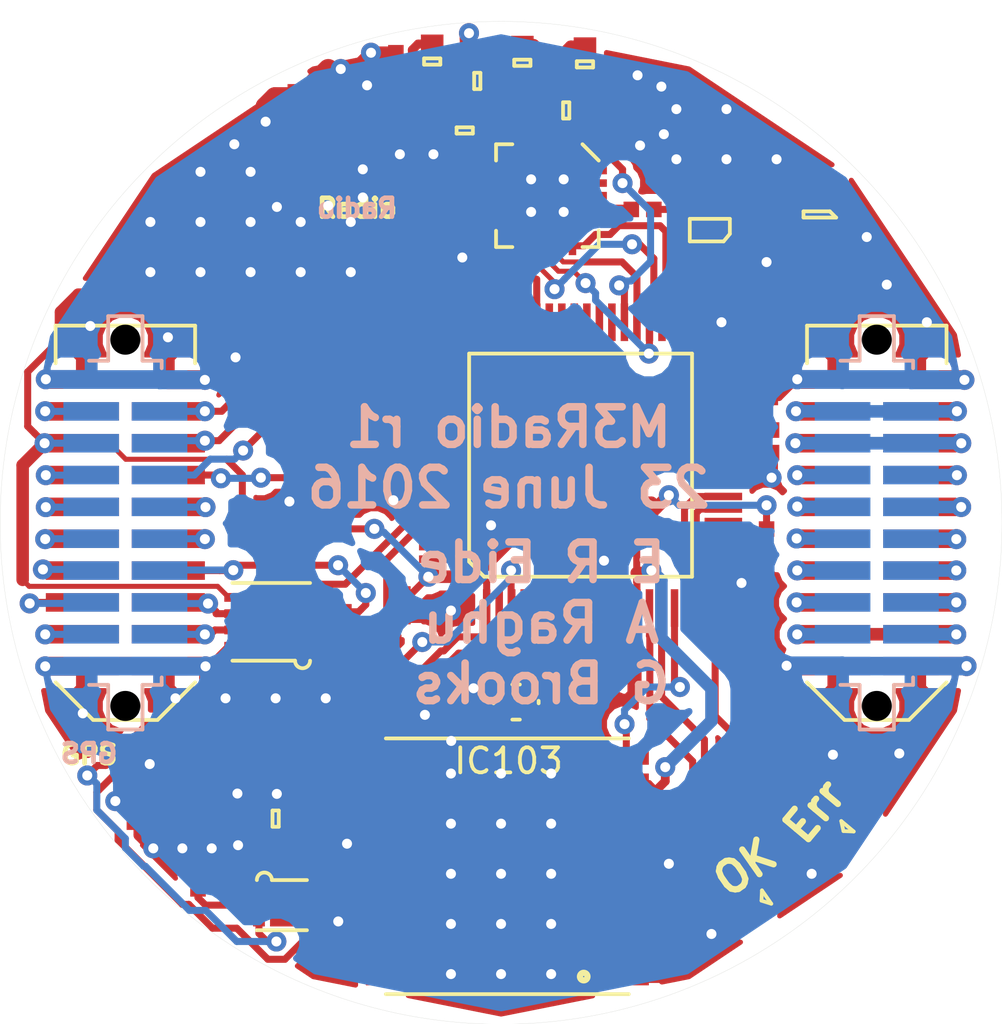
<source format=kicad_pcb>
(kicad_pcb (version 4) (host pcbnew 4.1.0-alpha+201605071002+6776~44~ubuntu14.04.1-product)
  (title_block (title "M3 Radio board layout") (date "8 feb 2016") (rev "Rev 1") (company "Cambridge University Spaceflight") (comment 1 "G Brooks") (comment 2 "A Raghu") (comment 3 "E R Eide") (comment 4 "Drawn by: "))
  (layers (0 F.Cu signal) (31 B.Cu signal) (34 B.Paste user) (35 F.Paste user) (36 B.SilkS user) (37 F.SilkS user) (38 B.Mask user) (39 F.Mask user) (44 Edge.Cuts user))
  (net 0 "")
  (net 1 GND)
  (net 2 "Net-(C101-Pad2)")
  (net 3 "Net-(C102-Pad1)")
  (net 4 3v3)
  (net 5 "Net-(C110-Pad1)")
  (net 6 "Net-(C111-Pad1)")
  (net 7 /5v_CAN)
  (net 8 "Net-(D101-Pad2)")
  (net 9 "Net-(D102-Pad2)")
  (net 10 "Net-(IC101-Pad6)")
  (net 11 /LED_RED)
  (net 12 /LED_GRN)
  (net 13 /Radio/Radio_nIRQ)
  (net 14 /Radio/Radio_nSEL)
  (net 15 /Radio/Radio_SCLK)
  (net 16 /Radio/Radio_SDO)
  (net 17 /Radio/Radio_SDI)
  (net 18 /JTMS)
  (net 19 /JTCK)
  (net 20 /JTDI)
  (net 21 /JTDO)
  (net 22 /CAN_RXD)
  (net 23 /CAN_TXD)
  (net 24 /CAN-)
  (net 25 /CAN+)
  (net 26 /3v3_IMU)
  (net 27 /3v3_FC)
  (net 28 /3v3_PYRO)
  (net 29 /JTDR)
  (net 30 /3v3_DL)
  (net 31 /RSVD1)
  (net 32 /3v3_AUX1)
  (net 33 /3v3_AUX2)
  (net 34 /RSVD2)
  (net 35 /PYRO_SO)
  (net 36 /PYRO_SI)
  (net 37 /5v_RADIO)
  (net 38 /PYRO1)
  (net 39 /5v_IMU)
  (net 40 /PYRO2)
  (net 41 /5v_AUX1)
  (net 42 /PYRO3)
  (net 43 /5v_AUX2)
  (net 44 /PYRO4)
  (net 45 /5v_CAM)
  (net 46 /PWR)
  (net 47 /CHARGE)
  (net 48 /Radio/RXp)
  (net 49 /Radio/RXn)
  (net 50 /Radio/TX_pin)
  (net 51 "Net-(C204-Pad2)")
  (net 52 "Net-(C205-Pad2)")
  (net 53 "Net-(C207-Pad1)")
  (net 54 "Net-(C208-Pad1)")
  (net 55 "Net-(C1-Pad2)")
  (net 56 "Net-(C2-Pad1)")
  (net 57 "Net-(C3-Pad2)")
  (net 58 "Net-(C5-Pad1)")
  (net 59 "Net-(C5-Pad2)")
  (net 60 "Net-(D1-Pad1)")
  (net 61 "Net-(IC1-Pad2)")
  (net 62 "Net-(IC101-Pad2)")
  (net 63 "Net-(IC101-Pad7)")
  (net 64 "Net-(IC101-Pad8)")
  (net 65 "Net-(IC101-Pad9)")
  (net 66 "Net-(IC101-Pad10)")
  (net 67 "Net-(IC101-Pad11)")
  (net 68 /GPS_RX)
  (net 69 /GPS_TX)
  (net 70 /GPS_RESET_N)
  (net 71 "Net-(IC101-Pad20)")
  (net 72 "Net-(IC101-Pad23)")
  (net 73 "Net-(IC101-Pad24)")
  (net 74 "Net-(IC101-Pad25)")
  (net 75 "Net-(IC101-Pad26)")
  (net 76 "Net-(IC101-Pad27)")
  (net 77 "Net-(IC101-Pad28)")
  (net 78 "Net-(IC101-Pad29)")
  (net 79 "Net-(IC101-Pad39)")
  (net 80 "Net-(IC101-Pad40)")
  (net 81 "Net-(IC101-Pad41)")
  (net 82 "Net-(IC101-Pad42)")
  (net 83 "Net-(IC101-Pad43)")
  (net 84 "Net-(IC101-Pad51)")
  (net 85 "Net-(IC101-Pad52)")
  (net 86 "Net-(IC101-Pad53)")
  (net 87 "Net-(IC101-Pad54)")
  (net 88 "Net-(IC101-Pad56)")
  (net 89 "Net-(IC101-Pad57)")
  (net 90 "Net-(IC101-Pad58)")
  (net 91 "Net-(IC101-Pad59)")
  (net 92 "Net-(IC103-Pad13)")
  (net 93 "Net-(IC103-Pad15)")
  (net 94 "Net-(IC103-Pad16)")
  (net 95 "Net-(IC103-Pad17)")
  (net 96 "Net-(IC103-Pad18)")
  (net 97 "Net-(IC103-Pad5)")
  (net 98 "Net-(IC103-Pad4)")
  (net 99 "Net-(IC201-Pad5)")
  (net 100 "Net-(IC201-Pad7)")
  (net 101 "Net-(IC201-Pad9)")
  (net 102 "Net-(IC201-Pad16)")
  (net 103 "Net-(IC201-Pad19)")
  (net 104 "Net-(IC201-Pad20)")
  (net 105 "Net-(L1-Pad1)")
  (net 106 "Net-(L2-Pad1)")
  (net 107 "Net-(Y201-Pad1)")
  (net 108 /Radio/Radio_SDN)
  (net 109 /Radio/Radio_GPIO1)
  (net 110 "Net-(IC101-Pad17)")
  (net 111 1v8)
  (net 112 /ANT_~FLAG)
  (net 113 /ANT_~EN)
  (net 114 "Net-(IC101-Pad30)")
  (net 115 "Net-(IC101-Pad38)")
  (net 116 "Net-(U1-Pad2)")
  (module agg:0402 (layer F.Cu) (at 91.75 113.25 180)
    (fp_text reference C1)
    (fp_text value 100nF)
    (pad 1 smd rect (at -0.45 0 180) (size 0.62 0.62) (layers F.Cu F.Paste F.Mask) (net 1 GND))
    (pad 2 smd rect (at 0.45 0 180) (size 0.62 0.62) (layers F.Cu F.Paste F.Mask) (net 55 "Net-(C1-Pad2)"))
  )
  (module M3radio:U.FL-R-SMT-1 (layer F.Cu) (at 87.05 111.15 180)
    (fp_text reference P101)
    (fp_text value COAX)
    (pad 1 smd rect (at 0 1.525 180) (size 1 1.05) (layers F.Cu F.Paste F.Mask) (net 60 "Net-(D1-Pad1)"))
    (pad 2 smd rect (at -1.475 0 180) (size 1.05 2.2) (layers F.Cu F.Paste F.Mask) (net 1 GND))
    (pad 2 smd rect (at 1.475 0 180) (size 1.05 2.2) (layers F.Cu F.Paste F.Mask) (net 1 GND))
  )
  (module agg:LQFP-64 (layer F.Cu) (at 103.175 97.7 90)
    (fp_text reference IC101)
    (fp_text value STM32F405RxTx)
    (pad 1 smd rect (at -5.7 -3.75 90) (size 1.5 0.3) (layers F.Cu F.Paste F.Mask) (net 4 3v3))
    (pad 2 smd rect (at -5.7 -3.25 90) (size 1.5 0.3) (layers F.Cu F.Paste F.Mask) (net 62 "Net-(IC101-Pad2)"))
    (pad 3 smd rect (at -5.7 -2.75 90) (size 1.5 0.3) (layers F.Cu F.Paste F.Mask) (net 112 /ANT_~FLAG))
    (pad 4 smd rect (at -5.7 -2.25 90) (size 1.5 0.3) (layers F.Cu F.Paste F.Mask) (net 113 /ANT_~EN))
    (pad 5 smd rect (at -5.7 -1.75 90) (size 1.5 0.3) (layers F.Cu F.Paste F.Mask) (net 2 "Net-(C101-Pad2)"))
    (pad 6 smd rect (at -5.7 -1.25 90) (size 1.5 0.3) (layers F.Cu F.Paste F.Mask) (net 10 "Net-(IC101-Pad6)"))
    (pad 7 smd rect (at -5.7 -0.75 90) (size 1.5 0.3) (layers F.Cu F.Paste F.Mask) (net 63 "Net-(IC101-Pad7)"))
    (pad 8 smd rect (at -5.7 -0.25 90) (size 1.5 0.3) (layers F.Cu F.Paste F.Mask) (net 64 "Net-(IC101-Pad8)"))
    (pad 9 smd rect (at -5.7 0.25 90) (size 1.5 0.3) (layers F.Cu F.Paste F.Mask) (net 65 "Net-(IC101-Pad9)"))
    (pad 10 smd rect (at -5.7 0.75 90) (size 1.5 0.3) (layers F.Cu F.Paste F.Mask) (net 66 "Net-(IC101-Pad10)"))
    (pad 11 smd rect (at -5.7 1.25 90) (size 1.5 0.3) (layers F.Cu F.Paste F.Mask) (net 67 "Net-(IC101-Pad11)"))
    (pad 12 smd rect (at -5.7 1.75 90) (size 1.5 0.3) (layers F.Cu F.Paste F.Mask) (net 1 GND))
    (pad 13 smd rect (at -5.7 2.25 90) (size 1.5 0.3) (layers F.Cu F.Paste F.Mask) (net 4 3v3))
    (pad 14 smd rect (at -5.7 2.75 90) (size 1.5 0.3) (layers F.Cu F.Paste F.Mask) (net 68 /GPS_RX))
    (pad 15 smd rect (at -5.7 3.25 90) (size 1.5 0.3) (layers F.Cu F.Paste F.Mask) (net 69 /GPS_TX))
    (pad 16 smd rect (at -5.7 3.75 90) (size 1.5 0.3) (layers F.Cu F.Paste F.Mask) (net 70 /GPS_RESET_N))
    (pad 17 smd rect (at -3.75 5.7 90) (size 0.3 1.5) (layers F.Cu F.Paste F.Mask) (net 110 "Net-(IC101-Pad17)"))
    (pad 18 smd rect (at -3.25 5.7 90) (size 0.3 1.5) (layers F.Cu F.Paste F.Mask) (net 1 GND))
    (pad 19 smd rect (at -2.75 5.7 90) (size 0.3 1.5) (layers F.Cu F.Paste F.Mask) (net 4 3v3))
    (pad 20 smd rect (at -2.25 5.7 90) (size 0.3 1.5) (layers F.Cu F.Paste F.Mask) (net 71 "Net-(IC101-Pad20)"))
    (pad 21 smd rect (at -1.75 5.7 90) (size 0.3 1.5) (layers F.Cu F.Paste F.Mask) (net 11 /LED_RED))
    (pad 22 smd rect (at -1.25 5.7 90) (size 0.3 1.5) (layers F.Cu F.Paste F.Mask) (net 12 /LED_GRN))
    (pad 23 smd rect (at -0.75 5.7 90) (size 0.3 1.5) (layers F.Cu F.Paste F.Mask) (net 72 "Net-(IC101-Pad23)"))
    (pad 24 smd rect (at -0.25 5.7 90) (size 0.3 1.5) (layers F.Cu F.Paste F.Mask) (net 73 "Net-(IC101-Pad24)"))
    (pad 25 smd rect (at 0.25 5.7 90) (size 0.3 1.5) (layers F.Cu F.Paste F.Mask) (net 74 "Net-(IC101-Pad25)"))
    (pad 26 smd rect (at 0.75 5.7 90) (size 0.3 1.5) (layers F.Cu F.Paste F.Mask) (net 75 "Net-(IC101-Pad26)"))
    (pad 27 smd rect (at 1.25 5.7 90) (size 0.3 1.5) (layers F.Cu F.Paste F.Mask) (net 76 "Net-(IC101-Pad27)"))
    (pad 28 smd rect (at 1.75 5.7 90) (size 0.3 1.5) (layers F.Cu F.Paste F.Mask) (net 77 "Net-(IC101-Pad28)"))
    (pad 29 smd rect (at 2.25 5.7 90) (size 0.3 1.5) (layers F.Cu F.Paste F.Mask) (net 78 "Net-(IC101-Pad29)"))
    (pad 30 smd rect (at 2.75 5.7 90) (size 0.3 1.5) (layers F.Cu F.Paste F.Mask) (net 114 "Net-(IC101-Pad30)"))
    (pad 31 smd rect (at 3.25 5.7 90) (size 0.3 1.5) (layers F.Cu F.Paste F.Mask) (net 6 "Net-(C111-Pad1)"))
    (pad 32 smd rect (at 3.75 5.7 90) (size 0.3 1.5) (layers F.Cu F.Paste F.Mask) (net 4 3v3))
    (pad 33 smd rect (at 5.7 3.75 90) (size 1.5 0.3) (layers F.Cu F.Paste F.Mask) (net 14 /Radio/Radio_nSEL))
    (pad 34 smd rect (at 5.7 3.25 90) (size 1.5 0.3) (layers F.Cu F.Paste F.Mask) (net 15 /Radio/Radio_SCLK))
    (pad 35 smd rect (at 5.7 2.75 90) (size 1.5 0.3) (layers F.Cu F.Paste F.Mask) (net 16 /Radio/Radio_SDO))
    (pad 36 smd rect (at 5.7 2.25 90) (size 1.5 0.3) (layers F.Cu F.Paste F.Mask) (net 17 /Radio/Radio_SDI))
    (pad 37 smd rect (at 5.7 1.75 90) (size 1.5 0.3) (layers F.Cu F.Paste F.Mask) (net 108 /Radio/Radio_SDN))
    (pad 38 smd rect (at 5.7 1.25 90) (size 1.5 0.3) (layers F.Cu F.Paste F.Mask) (net 115 "Net-(IC101-Pad38)"))
    (pad 39 smd rect (at 5.7 0.75 90) (size 1.5 0.3) (layers F.Cu F.Paste F.Mask) (net 79 "Net-(IC101-Pad39)"))
    (pad 40 smd rect (at 5.7 0.25 90) (size 1.5 0.3) (layers F.Cu F.Paste F.Mask) (net 80 "Net-(IC101-Pad40)"))
    (pad 41 smd rect (at 5.7 -0.25 90) (size 1.5 0.3) (layers F.Cu F.Paste F.Mask) (net 81 "Net-(IC101-Pad41)"))
    (pad 42 smd rect (at 5.7 -0.75 90) (size 1.5 0.3) (layers F.Cu F.Paste F.Mask) (net 82 "Net-(IC101-Pad42)"))
    (pad 43 smd rect (at 5.7 -1.25 90) (size 1.5 0.3) (layers F.Cu F.Paste F.Mask) (net 83 "Net-(IC101-Pad43)"))
    (pad 44 smd rect (at 5.7 -1.75 90) (size 1.5 0.3) (layers F.Cu F.Paste F.Mask) (net 13 /Radio/Radio_nIRQ))
    (pad 45 smd rect (at 5.7 -2.25 90) (size 1.5 0.3) (layers F.Cu F.Paste F.Mask) (net 109 /Radio/Radio_GPIO1))
    (pad 46 smd rect (at 5.7 -2.75 90) (size 1.5 0.3) (layers F.Cu F.Paste F.Mask) (net 18 /JTMS))
    (pad 47 smd rect (at 5.7 -3.25 90) (size 1.5 0.3) (layers F.Cu F.Paste F.Mask) (net 5 "Net-(C110-Pad1)"))
    (pad 48 smd rect (at 5.7 -3.75 90) (size 1.5 0.3) (layers F.Cu F.Paste F.Mask) (net 4 3v3))
    (pad 49 smd rect (at 3.75 -5.7 90) (size 0.3 1.5) (layers F.Cu F.Paste F.Mask) (net 19 /JTCK))
    (pad 50 smd rect (at 3.25 -5.7 90) (size 0.3 1.5) (layers F.Cu F.Paste F.Mask) (net 20 /JTDI))
    (pad 51 smd rect (at 2.75 -5.7 90) (size 0.3 1.5) (layers F.Cu F.Paste F.Mask) (net 84 "Net-(IC101-Pad51)"))
    (pad 52 smd rect (at 2.25 -5.7 90) (size 0.3 1.5) (layers F.Cu F.Paste F.Mask) (net 85 "Net-(IC101-Pad52)"))
    (pad 53 smd rect (at 1.75 -5.7 90) (size 0.3 1.5) (layers F.Cu F.Paste F.Mask) (net 86 "Net-(IC101-Pad53)"))
    (pad 54 smd rect (at 1.25 -5.7 90) (size 0.3 1.5) (layers F.Cu F.Paste F.Mask) (net 87 "Net-(IC101-Pad54)"))
    (pad 55 smd rect (at 0.75 -5.7 90) (size 0.3 1.5) (layers F.Cu F.Paste F.Mask) (net 21 /JTDO))
    (pad 56 smd rect (at 0.25 -5.7 90) (size 0.3 1.5) (layers F.Cu F.Paste F.Mask) (net 88 "Net-(IC101-Pad56)"))
    (pad 57 smd rect (at -0.25 -5.7 90) (size 0.3 1.5) (layers F.Cu F.Paste F.Mask) (net 89 "Net-(IC101-Pad57)"))
    (pad 58 smd rect (at -0.75 -5.7 90) (size 0.3 1.5) (layers F.Cu F.Paste F.Mask) (net 90 "Net-(IC101-Pad58)"))
    (pad 59 smd rect (at -1.25 -5.7 90) (size 0.3 1.5) (layers F.Cu F.Paste F.Mask) (net 91 "Net-(IC101-Pad59)"))
    (pad 60 smd rect (at -1.75 -5.7 90) (size 0.3 1.5) (layers F.Cu F.Paste F.Mask) (net 1 GND))
    (pad 61 smd rect (at -2.25 -5.7 90) (size 0.3 1.5) (layers F.Cu F.Paste F.Mask) (net 22 /CAN_RXD))
    (pad 62 smd rect (at -2.75 -5.7 90) (size 0.3 1.5) (layers F.Cu F.Paste F.Mask) (net 23 /CAN_TXD))
    (pad 63 smd rect (at -3.25 -5.7 90) (size 0.3 1.5) (layers F.Cu F.Paste F.Mask) (net 1 GND))
    (pad 64 smd rect (at -3.75 -5.7 90) (size 0.3 1.5) (layers F.Cu F.Paste F.Mask) (net 4 3v3))
  )
  (module M3radio:MAX-7Q (layer F.Cu) (at 95.5 109.3)
    (fp_text reference IC103 (at 4.8 0.2) (layer F.SilkS))
    (fp_text value MAX-7Q hide)
    (pad 10 smd rect (at 0 0) (size 1.8 0.7) (layers F.Cu F.Paste F.Mask) (net 1 GND))
    (pad 11 smd rect (at 0 1.1) (size 1.8 0.8) (layers F.Cu F.Paste F.Mask) (net 60 "Net-(D1-Pad1)"))
    (pad 12 smd rect (at 0 2.2) (size 1.8 0.8) (layers F.Cu F.Paste F.Mask) (net 1 GND))
    (pad 13 smd rect (at 0 3.3) (size 1.8 0.8) (layers F.Cu F.Paste F.Mask) (net 92 "Net-(IC103-Pad13)"))
    (pad 14 smd rect (at 0 4.4) (size 1.8 0.8) (layers F.Cu F.Paste F.Mask) (net 56 "Net-(C2-Pad1)"))
    (pad 15 smd rect (at 0 5.5) (size 1.8 0.8) (layers F.Cu F.Paste F.Mask) (net 93 "Net-(IC103-Pad15)"))
    (pad 16 smd rect (at 0 6.6) (size 1.8 0.8) (layers F.Cu F.Paste F.Mask) (net 94 "Net-(IC103-Pad16)"))
    (pad 17 smd rect (at 0 7.7) (size 1.8 0.8) (layers F.Cu F.Paste F.Mask) (net 95 "Net-(IC103-Pad17)"))
    (pad 18 smd rect (at 0 8.8) (size 1.8 0.7) (layers F.Cu F.Paste F.Mask) (net 96 "Net-(IC103-Pad18)"))
    (pad 9 smd rect (at 9.5 0) (size 1.8 0.7) (layers F.Cu F.Paste F.Mask) (net 70 /GPS_RESET_N))
    (pad 1 smd rect (at 9.5 8.8) (size 1.8 0.7) (layers F.Cu F.Paste F.Mask) (net 1 GND))
    (pad 8 smd rect (at 9.5 1.1) (size 1.8 0.8) (layers F.Cu F.Paste F.Mask) (net 4 3v3))
    (pad 7 smd rect (at 9.5 2.2) (size 1.8 0.8) (layers F.Cu F.Paste F.Mask) (net 4 3v3))
    (pad 6 smd rect (at 9.5 3.3) (size 1.8 0.8) (layers F.Cu F.Paste F.Mask) (net 4 3v3))
    (pad 5 smd rect (at 9.5 4.4) (size 1.8 0.8) (layers F.Cu F.Paste F.Mask) (net 97 "Net-(IC103-Pad5)"))
    (pad 4 smd rect (at 9.5 5.5) (size 1.8 0.8) (layers F.Cu F.Paste F.Mask) (net 98 "Net-(IC103-Pad4)"))
    (pad 3 smd rect (at 9.5 6.6) (size 1.8 0.8) (layers F.Cu F.Paste F.Mask) (net 68 /GPS_RX))
    (pad 2 smd rect (at 9.5 7.7) (size 1.8 0.8) (layers F.Cu F.Paste F.Mask) (net 69 /GPS_TX))
  )
  (module agg:0402 (layer F.Cu) (at 110.8 96.75 270)
    (fp_text reference C111)
    (fp_text value 2µ2)
    (pad 1 smd rect (at -0.45 0 270) (size 0.62 0.62) (layers F.Cu F.Paste F.Mask) (net 6 "Net-(C111-Pad1)"))
    (pad 2 smd rect (at 0.45 0 270) (size 0.62 0.62) (layers F.Cu F.Paste F.Mask) (net 1 GND))
  )
  (module agg:0402 (layer F.Cu) (at 106.87 112.11 270)
    (fp_text reference C113)
    (fp_text value 100nF)
    (pad 1 smd rect (at -0.45 0 270) (size 0.62 0.62) (layers F.Cu F.Paste F.Mask) (net 4 3v3))
    (pad 2 smd rect (at 0.45 0 270) (size 0.62 0.62) (layers F.Cu F.Paste F.Mask) (net 1 GND))
  )
  (module agg:0402 (layer F.Cu) (at 99.4 105.2)
    (fp_text reference C101)
    (fp_text value 10p)
    (pad 1 smd rect (at -0.45 0) (size 0.62 0.62) (layers F.Cu F.Paste F.Mask) (net 1 GND))
    (pad 2 smd rect (at 0.45 0) (size 0.62 0.62) (layers F.Cu F.Paste F.Mask) (net 2 "Net-(C101-Pad2)"))
  )
  (module agg:TFML-110-02-L-D (layer F.Cu) (at 85 100 270)
    (fp_text reference J101)
    (fp_text value "WEST TOP")
    (pad 1 smd rect (at -5.715 1.715 270) (size 0.74 2.92) (layers F.Cu F.Paste F.Mask) (net 1 GND))
    (pad 2 smd rect (at -5.715 -1.715 270) (size 0.74 2.92) (layers F.Cu F.Paste F.Mask) (net 1 GND))
    (pad 3 smd rect (at -4.445 1.715 270) (size 0.74 2.92) (layers F.Cu F.Paste F.Mask) (net 26 /3v3_IMU))
    (pad 4 smd rect (at -4.445 -1.715 270) (size 0.74 2.92) (layers F.Cu F.Paste F.Mask) (net 18 /JTMS))
    (pad 5 smd rect (at -3.175 1.715 270) (size 0.74 2.92) (layers F.Cu F.Paste F.Mask) (net 4 3v3))
    (pad 6 smd rect (at -3.175 -1.715 270) (size 0.74 2.92) (layers F.Cu F.Paste F.Mask) (net 19 /JTCK))
    (pad 7 smd rect (at -1.905 1.715 270) (size 0.74 2.92) (layers F.Cu F.Paste F.Mask) (net 27 /3v3_FC))
    (pad 8 smd rect (at -1.905 -1.715 270) (size 0.74 2.92) (layers F.Cu F.Paste F.Mask) (net 21 /JTDO))
    (pad 9 smd rect (at -0.635 1.715 270) (size 0.74 2.92) (layers F.Cu F.Paste F.Mask) (net 28 /3v3_PYRO))
    (pad 10 smd rect (at -0.635 -1.715 270) (size 0.74 2.92) (layers F.Cu F.Paste F.Mask) (net 29 /JTDR))
    (pad 11 smd rect (at 0.635 1.715 270) (size 0.74 2.92) (layers F.Cu F.Paste F.Mask) (net 30 /3v3_DL))
    (pad 12 smd rect (at 0.635 -1.715 270) (size 0.74 2.92) (layers F.Cu F.Paste F.Mask) (net 31 /RSVD1))
    (pad 13 smd rect (at 1.905 1.715 270) (size 0.74 2.92) (layers F.Cu F.Paste F.Mask) (net 32 /3v3_AUX1))
    (pad 14 smd rect (at 1.905 -1.715 270) (size 0.74 2.92) (layers F.Cu F.Paste F.Mask) (net 7 /5v_CAN))
    (pad 15 smd rect (at 3.175 1.715 270) (size 0.74 2.92) (layers F.Cu F.Paste F.Mask) (net 33 /3v3_AUX2))
    (pad 16 smd rect (at 3.175 -1.715 270) (size 0.74 2.92) (layers F.Cu F.Paste F.Mask) (net 24 /CAN-))
    (pad 17 smd rect (at 4.445 1.715 270) (size 0.74 2.92) (layers F.Cu F.Paste F.Mask) (net 34 /RSVD2))
    (pad 18 smd rect (at 4.445 -1.715 270) (size 0.74 2.92) (layers F.Cu F.Paste F.Mask) (net 25 /CAN+))
    (pad 19 smd rect (at 5.715 1.715 270) (size 0.74 2.92) (layers F.Cu F.Paste F.Mask) (net 1 GND))
    (pad 20 smd rect (at 5.715 -1.715 270) (size 0.74 2.92) (layers F.Cu F.Paste F.Mask) (net 1 GND))
  )
  (module agg:0402 (layer F.Cu) (at 102.8 107.15 270)
    (fp_text reference C102)
    (fp_text value 10p)
    (pad 1 smd rect (at -0.45 0 270) (size 0.62 0.62) (layers F.Cu F.Paste F.Mask) (net 3 "Net-(C102-Pad1)"))
    (pad 2 smd rect (at 0.45 0 270) (size 0.62 0.62) (layers F.Cu F.Paste F.Mask) (net 1 GND))
  )
  (module agg:0402 (layer F.Cu) (at 110.75 92.35 270)
    (fp_text reference C103)
    (fp_text value 4µ7)
    (pad 1 smd rect (at -0.45 0 270) (size 0.62 0.62) (layers F.Cu F.Paste F.Mask) (net 1 GND))
    (pad 2 smd rect (at 0.45 0 270) (size 0.62 0.62) (layers F.Cu F.Paste F.Mask) (net 4 3v3))
  )
  (module agg:0402 (layer F.Cu) (at 110.75 94.55 90)
    (fp_text reference C104)
    (fp_text value 100n)
    (pad 1 smd rect (at -0.45 0 90) (size 0.62 0.62) (layers F.Cu F.Paste F.Mask) (net 1 GND))
    (pad 2 smd rect (at 0.45 0 90) (size 0.62 0.62) (layers F.Cu F.Paste F.Mask) (net 4 3v3))
  )
  (module agg:0402 (layer F.Cu) (at 96.08 103.29 90)
    (fp_text reference C105)
    (fp_text value 100n)
    (pad 1 smd rect (at -0.45 0 90) (size 0.62 0.62) (layers F.Cu F.Paste F.Mask) (net 1 GND))
    (pad 2 smd rect (at 0.45 0 90) (size 0.62 0.62) (layers F.Cu F.Paste F.Mask) (net 4 3v3))
  )
  (module agg:0402 (layer F.Cu) (at 104.05 105.55 90)
    (fp_text reference C106)
    (fp_text value 1µ)
    (pad 1 smd rect (at -0.45 0 90) (size 0.62 0.62) (layers F.Cu F.Paste F.Mask) (net 1 GND))
    (pad 2 smd rect (at 0.45 0 90) (size 0.62 0.62) (layers F.Cu F.Paste F.Mask) (net 4 3v3))
  )
  (module agg:0402 (layer F.Cu) (at 110.6 100.7 90)
    (fp_text reference C107)
    (fp_text value 100n)
    (pad 1 smd rect (at -0.45 0 90) (size 0.62 0.62) (layers F.Cu F.Paste F.Mask) (net 1 GND))
    (pad 2 smd rect (at 0.45 0 90) (size 0.62 0.62) (layers F.Cu F.Paste F.Mask) (net 4 3v3))
  )
  (module agg:0402 (layer F.Cu) (at 105.3 105.55 90)
    (fp_text reference C108)
    (fp_text value 100n)
    (pad 1 smd rect (at -0.45 0 90) (size 0.62 0.62) (layers F.Cu F.Paste F.Mask) (net 1 GND))
    (pad 2 smd rect (at 0.45 0 90) (size 0.62 0.62) (layers F.Cu F.Paste F.Mask) (net 4 3v3))
  )
  (module agg:0402 (layer F.Cu) (at 97.206 90.348)
    (fp_text reference C109)
    (fp_text value 100n)
    (pad 1 smd rect (at -0.45 0) (size 0.62 0.62) (layers F.Cu F.Paste F.Mask) (net 1 GND))
    (pad 2 smd rect (at 0.45 0) (size 0.62 0.62) (layers F.Cu F.Paste F.Mask) (net 4 3v3))
  )
  (module agg:0402 (layer F.Cu) (at 99.3 90.348 180)
    (fp_text reference C110)
    (fp_text value 2µ2)
    (pad 1 smd rect (at -0.45 0 180) (size 0.62 0.62) (layers F.Cu F.Paste F.Mask) (net 5 "Net-(C110-Pad1)"))
    (pad 2 smd rect (at 0.45 0 180) (size 0.62 0.62) (layers F.Cu F.Paste F.Mask) (net 1 GND))
  )
  (module agg:0402 (layer F.Cu) (at 93.725 104 270)
    (fp_text reference C112)
    (fp_text value 100n)
    (pad 1 smd rect (at -0.45 0 270) (size 0.62 0.62) (layers F.Cu F.Paste F.Mask) (net 7 /5v_CAN))
    (pad 2 smd rect (at 0.45 0 270) (size 0.62 0.62) (layers F.Cu F.Paste F.Mask) (net 1 GND))
  )
  (module agg:0603-LED (layer F.Cu) (at 113.75 112.2 50)
    (fp_text reference D101)
    (fp_text value RED)
    (pad 1 smd rect (at -0.8 0 50) (size 0.95 1) (layers F.Cu F.Paste F.Mask) (net 1 GND))
    (pad 2 smd rect (at 0.8 0 50) (size 0.95 1) (layers F.Cu F.Paste F.Mask) (net 8 "Net-(D101-Pad2)"))
  )
  (module agg:0603-LED (layer F.Cu) (at 110.5 115 35)
    (fp_text reference D102)
    (fp_text value GRN)
    (pad 1 smd rect (at -0.8 0 35) (size 0.95 1) (layers F.Cu F.Paste F.Mask) (net 1 GND))
    (pad 2 smd rect (at 0.8 0 35) (size 0.95 1) (layers F.Cu F.Paste F.Mask) (net 9 "Net-(D102-Pad2)"))
  )
  (module agg:DFN-8-EP-MICROCHIP (layer F.Cu) (at 90.825 103.95 180)
    (fp_text reference IC102)
    (fp_text value MCP2562)
    (pad 1 smd rect (at -1.55 -0.975 180) (size 0.65 0.35) (layers F.Cu F.Paste F.Mask) (net 23 /CAN_TXD))
    (pad 2 smd rect (at -1.55 -0.325 180) (size 0.65 0.35) (layers F.Cu F.Paste F.Mask) (net 1 GND))
    (pad 3 smd rect (at -1.55 0.325 180) (size 0.65 0.35) (layers F.Cu F.Paste F.Mask) (net 7 /5v_CAN))
    (pad 4 smd rect (at -1.55 0.975 180) (size 0.65 0.35) (layers F.Cu F.Paste F.Mask) (net 22 /CAN_RXD))
    (pad 5 smd rect (at 1.55 0.975 180) (size 0.65 0.35) (layers F.Cu F.Paste F.Mask) (net 4 3v3))
    (pad 6 smd rect (at 1.55 0.325 180) (size 0.65 0.35) (layers F.Cu F.Paste F.Mask) (net 24 /CAN-))
    (pad 7 smd rect (at 1.55 -0.325 180) (size 0.65 0.35) (layers F.Cu F.Paste F.Mask) (net 25 /CAN+))
    (pad 8 smd rect (at 1.55 -0.975 180) (size 0.65 0.35) (layers F.Cu F.Paste F.Mask) (net 1 GND))
    (pad EP smd rect (at 0 -0.6 180) (size 0.8 0.8) (layers F.Cu F.Mask) (net 1 GND))
    (pad EP smd rect (at 0 0.6 180) (size 0.8 0.8) (layers F.Cu F.Mask) (net 1 GND))
    (pad EP smd rect (at 0 -0.6 180) (size 0.8 0.8) (layers F.Cu F.Paste) (net 1 GND))
    (pad EP smd rect (at 0 0.6 180) (size 0.8 0.8) (layers F.Cu F.Paste) (net 1 GND))
    (pad EP smd rect (at 0 0 180) (size 1.55 2.4) (layers F.Cu) (net 1 GND))
  )
  (module agg:QFN-20-EP-SI (layer F.Cu) (at 101.85 86.95 270)
    (fp_text reference IC201)
    (fp_text value Si4460)
    (pad 1 smd rect (at -2 -1 270) (size 0.75 0.3) (layers F.Cu F.Paste F.Mask) (net 108 /Radio/Radio_SDN))
    (pad 2 smd rect (at -2 -0.5 270) (size 0.75 0.3) (layers F.Cu F.Paste F.Mask) (net 48 /Radio/RXp))
    (pad 3 smd rect (at -2 0 270) (size 0.75 0.3) (layers F.Cu F.Paste F.Mask) (net 49 /Radio/RXn))
    (pad 4 smd rect (at -2 0.5 270) (size 0.75 0.3) (layers F.Cu F.Paste F.Mask) (net 50 /Radio/TX_pin))
    (pad 5 smd rect (at -2 1 270) (size 0.75 0.3) (layers F.Cu F.Paste F.Mask) (net 99 "Net-(IC201-Pad5)"))
    (pad 6 smd rect (at -1 2 270) (size 0.3 0.75) (layers F.Cu F.Paste F.Mask) (net 4 3v3))
    (pad 7 smd rect (at -0.5 2 270) (size 0.3 0.75) (layers F.Cu F.Paste F.Mask) (net 100 "Net-(IC201-Pad7)"))
    (pad 8 smd rect (at 0 2 270) (size 0.3 0.75) (layers F.Cu F.Paste F.Mask) (net 4 3v3))
    (pad 9 smd rect (at 0.5 2 270) (size 0.3 0.75) (layers F.Cu F.Paste F.Mask) (net 101 "Net-(IC201-Pad9)"))
    (pad 10 smd rect (at 1 2 270) (size 0.3 0.75) (layers F.Cu F.Paste F.Mask) (net 109 /Radio/Radio_GPIO1))
    (pad 11 smd rect (at 2 1 270) (size 0.75 0.3) (layers F.Cu F.Paste F.Mask) (net 13 /Radio/Radio_nIRQ))
    (pad 12 smd rect (at 2 0.5 270) (size 0.75 0.3) (layers F.Cu F.Paste F.Mask) (net 15 /Radio/Radio_SCLK))
    (pad 13 smd rect (at 2 0 270) (size 0.75 0.3) (layers F.Cu F.Paste F.Mask) (net 16 /Radio/Radio_SDO))
    (pad 14 smd rect (at 2 -0.5 270) (size 0.75 0.3) (layers F.Cu F.Paste F.Mask) (net 17 /Radio/Radio_SDI))
    (pad 15 smd rect (at 2 -1 270) (size 0.75 0.3) (layers F.Cu F.Paste F.Mask) (net 14 /Radio/Radio_nSEL))
    (pad 16 smd rect (at 1 -2 270) (size 0.3 0.75) (layers F.Cu F.Paste F.Mask) (net 102 "Net-(IC201-Pad16)"))
    (pad 17 smd rect (at 0.5 -2 270) (size 0.3 0.75) (layers F.Cu F.Paste F.Mask) (net 58 "Net-(C5-Pad1)"))
    (pad 18 smd rect (at 0 -2 270) (size 0.3 0.75) (layers F.Cu F.Paste F.Mask) (net 1 GND))
    (pad 19 smd rect (at -0.5 -2 270) (size 0.3 0.75) (layers F.Cu F.Paste F.Mask) (net 103 "Net-(IC201-Pad19)"))
    (pad 20 smd rect (at -1 -2 270) (size 0.3 0.75) (layers F.Cu F.Paste F.Mask) (net 104 "Net-(IC201-Pad20)"))
    (pad EP smd rect (at -0.65 -0.65 270) (size 1.1 1.1) (layers F.Cu F.Paste) (net 1 GND))
    (pad EP smd rect (at -0.65 0.65 270) (size 1.1 1.1) (layers F.Cu F.Paste) (net 1 GND))
    (pad EP smd rect (at 0.65 -0.65 270) (size 1.1 1.1) (layers F.Cu F.Paste) (net 1 GND))
    (pad EP smd rect (at 0.65 0.65 270) (size 1.1 1.1) (layers F.Cu F.Paste) (net 1 GND))
    (pad EP smd rect (at 0 0 270) (size 2.6 2.6) (layers F.Cu F.Mask) (net 1 GND))
  )
  (module agg:SFML-110-02-L-D-LC (layer B.Cu) (at 85 100 270)
    (fp_text reference J102)
    (fp_text value "WEST BOT")
    (pad 1 smd rect (at -5.715 1.365 270) (size 0.74 2.22) (layers B.Cu B.Paste B.Mask) (net 1 GND))
    (pad 2 smd rect (at -5.715 -1.365 270) (size 0.74 2.22) (layers B.Cu B.Paste B.Mask) (net 1 GND))
    (pad 3 smd rect (at -4.445 1.365 270) (size 0.74 2.22) (layers B.Cu B.Paste B.Mask) (net 26 /3v3_IMU))
    (pad 4 smd rect (at -4.445 -1.365 270) (size 0.74 2.22) (layers B.Cu B.Paste B.Mask) (net 18 /JTMS))
    (pad 5 smd rect (at -3.175 1.365 270) (size 0.74 2.22) (layers B.Cu B.Paste B.Mask) (net 4 3v3))
    (pad 6 smd rect (at -3.175 -1.365 270) (size 0.74 2.22) (layers B.Cu B.Paste B.Mask) (net 19 /JTCK))
    (pad 7 smd rect (at -1.905 1.365 270) (size 0.74 2.22) (layers B.Cu B.Paste B.Mask) (net 27 /3v3_FC))
    (pad 8 smd rect (at -1.905 -1.365 270) (size 0.74 2.22) (layers B.Cu B.Paste B.Mask) (net 20 /JTDI))
    (pad 9 smd rect (at -0.635 1.365 270) (size 0.74 2.22) (layers B.Cu B.Paste B.Mask) (net 28 /3v3_PYRO))
    (pad 10 smd rect (at -0.635 -1.365 270) (size 0.74 2.22) (layers B.Cu B.Paste B.Mask) (net 29 /JTDR))
    (pad 11 smd rect (at 0.635 1.365 270) (size 0.74 2.22) (layers B.Cu B.Paste B.Mask) (net 30 /3v3_DL))
    (pad 12 smd rect (at 0.635 -1.365 270) (size 0.74 2.22) (layers B.Cu B.Paste B.Mask) (net 31 /RSVD1))
    (pad 13 smd rect (at 1.905 1.365 270) (size 0.74 2.22) (layers B.Cu B.Paste B.Mask) (net 32 /3v3_AUX1))
    (pad 14 smd rect (at 1.905 -1.365 270) (size 0.74 2.22) (layers B.Cu B.Paste B.Mask) (net 7 /5v_CAN))
    (pad 15 smd rect (at 3.175 1.365 270) (size 0.74 2.22) (layers B.Cu B.Paste B.Mask) (net 33 /3v3_AUX2))
    (pad 16 smd rect (at 3.175 -1.365 270) (size 0.74 2.22) (layers B.Cu B.Paste B.Mask) (net 24 /CAN-))
    (pad 17 smd rect (at 4.445 1.365 270) (size 0.74 2.22) (layers B.Cu B.Paste B.Mask) (net 34 /RSVD2))
    (pad 18 smd rect (at 4.445 -1.365 270) (size 0.74 2.22) (layers B.Cu B.Paste B.Mask) (net 25 /CAN+))
    (pad 19 smd rect (at 5.715 1.365 270) (size 0.74 2.22) (layers B.Cu B.Paste B.Mask) (net 1 GND))
    (pad 20 smd rect (at 5.715 -1.365 270) (size 0.74 2.22) (layers B.Cu B.Paste B.Mask) (net 1 GND))
    (pad "" np_thru_hole circle (at 7.305 0 270) (size 1.2 1.2) (drill 1.2) (layers *.Mask))
    (pad "" np_thru_hole circle (at -7.305 0 270) (size 1.2 1.2) (drill 1.2) (layers *.Mask))
  )
  (module agg:TFML-110-02-L-D (layer F.Cu) (at 115 100 270)
    (fp_text reference J103)
    (fp_text value "EAST TOP")
    (pad 1 smd rect (at -5.715 1.715 270) (size 0.74 2.92) (layers F.Cu F.Paste F.Mask) (net 1 GND))
    (pad 2 smd rect (at -5.715 -1.715 270) (size 0.74 2.92) (layers F.Cu F.Paste F.Mask) (net 1 GND))
    (pad 3 smd rect (at -4.445 1.715 270) (size 0.74 2.92) (layers F.Cu F.Paste F.Mask) (net 35 /PYRO_SO))
    (pad 4 smd rect (at -4.445 -1.715 270) (size 0.74 2.92) (layers F.Cu F.Paste F.Mask) (net 35 /PYRO_SO))
    (pad 5 smd rect (at -3.175 1.715 270) (size 0.74 2.92) (layers F.Cu F.Paste F.Mask) (net 36 /PYRO_SI))
    (pad 6 smd rect (at -3.175 -1.715 270) (size 0.74 2.92) (layers F.Cu F.Paste F.Mask) (net 36 /PYRO_SI))
    (pad 7 smd rect (at -1.905 1.715 270) (size 0.74 2.92) (layers F.Cu F.Paste F.Mask) (net 37 /5v_RADIO))
    (pad 8 smd rect (at -1.905 -1.715 270) (size 0.74 2.92) (layers F.Cu F.Paste F.Mask) (net 38 /PYRO1))
    (pad 9 smd rect (at -0.635 1.715 270) (size 0.74 2.92) (layers F.Cu F.Paste F.Mask) (net 39 /5v_IMU))
    (pad 10 smd rect (at -0.635 -1.715 270) (size 0.74 2.92) (layers F.Cu F.Paste F.Mask) (net 40 /PYRO2))
    (pad 11 smd rect (at 0.635 1.715 270) (size 0.74 2.92) (layers F.Cu F.Paste F.Mask) (net 41 /5v_AUX1))
    (pad 12 smd rect (at 0.635 -1.715 270) (size 0.74 2.92) (layers F.Cu F.Paste F.Mask) (net 42 /PYRO3))
    (pad 13 smd rect (at 1.905 1.715 270) (size 0.74 2.92) (layers F.Cu F.Paste F.Mask) (net 43 /5v_AUX2))
    (pad 14 smd rect (at 1.905 -1.715 270) (size 0.74 2.92) (layers F.Cu F.Paste F.Mask) (net 44 /PYRO4))
    (pad 15 smd rect (at 3.175 1.715 270) (size 0.74 2.92) (layers F.Cu F.Paste F.Mask) (net 45 /5v_CAM))
    (pad 16 smd rect (at 3.175 -1.715 270) (size 0.74 2.92) (layers F.Cu F.Paste F.Mask) (net 46 /PWR))
    (pad 17 smd rect (at 4.445 1.715 270) (size 0.74 2.92) (layers F.Cu F.Paste F.Mask) (net 47 /CHARGE))
    (pad 18 smd rect (at 4.445 -1.715 270) (size 0.74 2.92) (layers F.Cu F.Paste F.Mask) (net 47 /CHARGE))
    (pad 19 smd rect (at 5.715 1.715 270) (size 0.74 2.92) (layers F.Cu F.Paste F.Mask) (net 1 GND))
    (pad 20 smd rect (at 5.715 -1.715 270) (size 0.74 2.92) (layers F.Cu F.Paste F.Mask) (net 1 GND))
  )
  (module agg:SFML-110-02-L-D-LC (layer B.Cu) (at 115 100 270)
    (fp_text reference J104)
    (fp_text value "EAST BOT")
    (pad 1 smd rect (at -5.715 1.365 270) (size 0.74 2.22) (layers B.Cu B.Paste B.Mask) (net 1 GND))
    (pad 2 smd rect (at -5.715 -1.365 270) (size 0.74 2.22) (layers B.Cu B.Paste B.Mask) (net 1 GND))
    (pad 3 smd rect (at -4.445 1.365 270) (size 0.74 2.22) (layers B.Cu B.Paste B.Mask) (net 35 /PYRO_SO))
    (pad 4 smd rect (at -4.445 -1.365 270) (size 0.74 2.22) (layers B.Cu B.Paste B.Mask) (net 35 /PYRO_SO))
    (pad 5 smd rect (at -3.175 1.365 270) (size 0.74 2.22) (layers B.Cu B.Paste B.Mask) (net 36 /PYRO_SI))
    (pad 6 smd rect (at -3.175 -1.365 270) (size 0.74 2.22) (layers B.Cu B.Paste B.Mask) (net 36 /PYRO_SI))
    (pad 7 smd rect (at -1.905 1.365 270) (size 0.74 2.22) (layers B.Cu B.Paste B.Mask) (net 37 /5v_RADIO))
    (pad 8 smd rect (at -1.905 -1.365 270) (size 0.74 2.22) (layers B.Cu B.Paste B.Mask) (net 38 /PYRO1))
    (pad 9 smd rect (at -0.635 1.365 270) (size 0.74 2.22) (layers B.Cu B.Paste B.Mask) (net 39 /5v_IMU))
    (pad 10 smd rect (at -0.635 -1.365 270) (size 0.74 2.22) (layers B.Cu B.Paste B.Mask) (net 40 /PYRO2))
    (pad 11 smd rect (at 0.635 1.365 270) (size 0.74 2.22) (layers B.Cu B.Paste B.Mask) (net 41 /5v_AUX1))
    (pad 12 smd rect (at 0.635 -1.365 270) (size 0.74 2.22) (layers B.Cu B.Paste B.Mask) (net 42 /PYRO3))
    (pad 13 smd rect (at 1.905 1.365 270) (size 0.74 2.22) (layers B.Cu B.Paste B.Mask) (net 43 /5v_AUX2))
    (pad 14 smd rect (at 1.905 -1.365 270) (size 0.74 2.22) (layers B.Cu B.Paste B.Mask) (net 44 /PYRO4))
    (pad 15 smd rect (at 3.175 1.365 270) (size 0.74 2.22) (layers B.Cu B.Paste B.Mask) (net 45 /5v_CAM))
    (pad 16 smd rect (at 3.175 -1.365 270) (size 0.74 2.22) (layers B.Cu B.Paste B.Mask) (net 46 /PWR))
    (pad 17 smd rect (at 4.445 1.365 270) (size 0.74 2.22) (layers B.Cu B.Paste B.Mask) (net 47 /CHARGE))
    (pad 18 smd rect (at 4.445 -1.365 270) (size 0.74 2.22) (layers B.Cu B.Paste B.Mask) (net 47 /CHARGE))
    (pad 19 smd rect (at 5.715 1.365 270) (size 0.74 2.22) (layers B.Cu B.Paste B.Mask) (net 1 GND))
    (pad 20 smd rect (at 5.715 -1.365 270) (size 0.74 2.22) (layers B.Cu B.Paste B.Mask) (net 1 GND))
    (pad "" np_thru_hole circle (at 7.305 0 270) (size 1.2 1.2) (drill 1.2) (layers *.Mask))
    (pad "" np_thru_hole circle (at -7.305 0 270) (size 1.2 1.2) (drill 1.2) (layers *.Mask))
  )
  (module agg:0402 (layer F.Cu) (at 102.35 105.15 180)
    (fp_text reference R101)
    (fp_text value 100)
    (pad 1 smd rect (at -0.45 0 180) (size 0.62 0.62) (layers F.Cu F.Paste F.Mask) (net 3 "Net-(C102-Pad1)"))
    (pad 2 smd rect (at 0.45 0 180) (size 0.62 0.62) (layers F.Cu F.Paste F.Mask) (net 10 "Net-(IC101-Pad6)"))
  )
  (module agg:0402 (layer F.Cu) (at 110.9 109.7 270)
    (fp_text reference R102)
    (fp_text value 100)
    (pad 1 smd rect (at -0.45 0 270) (size 0.62 0.62) (layers F.Cu F.Paste F.Mask) (net 11 /LED_RED))
    (pad 2 smd rect (at 0.45 0 270) (size 0.62 0.62) (layers F.Cu F.Paste F.Mask) (net 8 "Net-(D101-Pad2)"))
  )
  (module agg:0402 (layer F.Cu) (at 109.5 109.7 270)
    (fp_text reference R103)
    (fp_text value 100)
    (pad 1 smd rect (at -0.45 0 270) (size 0.62 0.62) (layers F.Cu F.Paste F.Mask) (net 12 /LED_GRN))
    (pad 2 smd rect (at 0.45 0 270) (size 0.62 0.62) (layers F.Cu F.Paste F.Mask) (net 9 "Net-(D102-Pad2)"))
  )
  (module agg:XTAL-20x16 (layer F.Cu) (at 100.6 107.15 90)
    (fp_text reference Y101)
    (fp_text value 26M)
    (pad 1 smd rect (at -0.575 -0.725) (size 0.95 0.85) (layers F.Cu F.Paste F.Mask) (net 2 "Net-(C101-Pad2)"))
    (pad 2 smd rect (at -0.575 0.725) (size 0.95 0.85) (layers F.Cu F.Paste F.Mask) (net 1 GND))
    (pad 3 smd rect (at 0.575 0.725) (size 0.95 0.85) (layers F.Cu F.Paste F.Mask) (net 3 "Net-(C102-Pad1)"))
    (pad 4 smd rect (at 0.575 -0.725) (size 0.95 0.85) (layers F.Cu F.Paste F.Mask) (net 1 GND))
  )
  (module agg:0402 (layer F.Cu) (at 96.85 86.7 90)
    (fp_text reference C201)
    (fp_text value 100p)
    (pad 1 smd rect (at -0.45 0 90) (size 0.62 0.62) (layers F.Cu F.Paste F.Mask) (net 4 3v3))
    (pad 2 smd rect (at 0.45 0 90) (size 0.62 0.62) (layers F.Cu F.Paste F.Mask) (net 1 GND))
  )
  (module agg:0402 (layer F.Cu) (at 98.35 86.7 90)
    (fp_text reference C202)
    (fp_text value 100n)
    (pad 1 smd rect (at -0.45 0 90) (size 0.62 0.62) (layers F.Cu F.Paste F.Mask) (net 4 3v3))
    (pad 2 smd rect (at 0.45 0 90) (size 0.62 0.62) (layers F.Cu F.Paste F.Mask) (net 1 GND))
  )
  (module agg:0402 (layer F.Cu) (at 105.05 83.55)
    (fp_text reference C203)
    (fp_text value 3pF)
    (pad 1 smd rect (at -0.45 0) (size 0.62 0.62) (layers F.Cu F.Paste F.Mask) (net 48 /Radio/RXp))
    (pad 2 smd rect (at 0.45 0) (size 0.62 0.62) (layers F.Cu F.Paste F.Mask) (net 1 GND))
  )
  (module agg:0402 (layer F.Cu) (at 100.25 83.55)
    (fp_text reference C204)
    (fp_text value 36pF)
    (pad 1 smd rect (at -0.45 0) (size 0.62 0.62) (layers F.Cu F.Paste F.Mask) (net 50 /Radio/TX_pin))
    (pad 2 smd rect (at 0.45 0) (size 0.62 0.62) (layers F.Cu F.Paste F.Mask) (net 51 "Net-(C204-Pad2)"))
  )
  (module agg:0402 (layer F.Cu) (at 102.1 81.75 90)
    (fp_text reference C205)
    (fp_text value 1.2pF)
    (pad 1 smd rect (at -0.45 0 90) (size 0.62 0.62) (layers F.Cu F.Paste F.Mask) (net 49 /Radio/RXn))
    (pad 2 smd rect (at 0.45 0 90) (size 0.62 0.62) (layers F.Cu F.Paste F.Mask) (net 52 "Net-(C205-Pad2)"))
  )
  (module agg:0402 (layer F.Cu) (at 99.05 81.2 180)
    (fp_text reference C206)
    (fp_text value 3.3pF)
    (pad 1 smd rect (at -0.45 0 180) (size 0.62 0.62) (layers F.Cu F.Paste F.Mask) (net 52 "Net-(C205-Pad2)"))
    (pad 2 smd rect (at 0.45 0 180) (size 0.62 0.62) (layers F.Cu F.Paste F.Mask) (net 1 GND))
  )
  (module agg:0402 (layer F.Cu) (at 97.2 83.95 270)
    (fp_text reference C207)
    (fp_text value 10pF)
    (pad 1 smd rect (at -0.45 0 270) (size 0.62 0.62) (layers F.Cu F.Paste F.Mask) (net 53 "Net-(C207-Pad1)"))
    (pad 2 smd rect (at 0.45 0 270) (size 0.62 0.62) (layers F.Cu F.Paste F.Mask) (net 1 GND))
  )
  (module agg:0402 (layer F.Cu) (at 95.95 83.9 270)
    (fp_text reference C208)
    (fp_text value 4.7pF)
    (pad 1 smd rect (at -0.45 0 270) (size 0.62 0.62) (layers F.Cu F.Paste F.Mask) (net 54 "Net-(C208-Pad1)"))
    (pad 2 smd rect (at 0.45 0 270) (size 0.62 0.62) (layers F.Cu F.Paste F.Mask) (net 1 GND))
  )
  (module agg:0603-L (layer F.Cu) (at 98.55 84.35 90)
    (fp_text reference L201)
    (fp_text value 120nH)
    (pad 1 smd rect (at -0.7 0 90) (size 0.75 0.9) (layers F.Cu F.Paste F.Mask) (net 4 3v3))
    (pad 2 smd rect (at 0.7 0 90) (size 0.75 0.9) (layers F.Cu F.Paste F.Mask) (net 50 /Radio/TX_pin))
  )
  (module agg:0603-L (layer F.Cu) (at 102.6 83.55)
    (fp_text reference L202)
    (fp_text value 18nH)
    (pad 1 smd rect (at -0.7 0) (size 0.75 0.9) (layers F.Cu F.Paste F.Mask) (net 49 /Radio/RXn))
    (pad 2 smd rect (at 0.7 0) (size 0.75 0.9) (layers F.Cu F.Paste F.Mask) (net 48 /Radio/RXp))
  )
  (module agg:0603-L (layer F.Cu) (at 103.35 81.712 90)
    (fp_text reference L203)
    (fp_text value 22nH)
    (pad 1 smd rect (at -0.7 0 90) (size 0.75 0.9) (layers F.Cu F.Paste F.Mask) (net 48 /Radio/RXp))
    (pad 2 smd rect (at 0.7 0 90) (size 0.75 0.9) (layers F.Cu F.Paste F.Mask) (net 52 "Net-(C205-Pad2)"))
  )
  (module agg:0603-L (layer F.Cu) (at 100.85 81.65 90)
    (fp_text reference L204)
    (fp_text value 6.8nH)
    (pad 1 smd rect (at -0.7 0 90) (size 0.75 0.9) (layers F.Cu F.Paste F.Mask) (net 51 "Net-(C204-Pad2)"))
    (pad 2 smd rect (at 0.7 0 90) (size 0.75 0.9) (layers F.Cu F.Paste F.Mask) (net 52 "Net-(C205-Pad2)"))
  )
  (module agg:0603-L (layer F.Cu) (at 99.05 82.375 180)
    (fp_text reference L205)
    (fp_text value 6.8nH)
    (pad 1 smd rect (at -0.7 0 180) (size 0.75 0.9) (layers F.Cu F.Paste F.Mask) (net 52 "Net-(C205-Pad2)"))
    (pad 2 smd rect (at 0.7 0 180) (size 0.75 0.9) (layers F.Cu F.Paste F.Mask) (net 53 "Net-(C207-Pad1)"))
  )
  (module agg:0603-L (layer F.Cu) (at 97.25 81.6 90)
    (fp_text reference L206)
    (fp_text value 6.8nH)
    (pad 1 smd rect (at -0.7 0 90) (size 0.75 0.9) (layers F.Cu F.Paste F.Mask) (net 53 "Net-(C207-Pad1)"))
    (pad 2 smd rect (at 0.7 0 90) (size 0.75 0.9) (layers F.Cu F.Paste F.Mask) (net 54 "Net-(C208-Pad1)"))
  )
  (module agg:0402 (layer F.Cu) (at 93.5 114.4 270)
    (fp_text reference C2)
    (fp_text value 1uF)
    (pad 1 smd rect (at -0.45 0 270) (size 0.62 0.62) (layers F.Cu F.Paste F.Mask) (net 56 "Net-(C2-Pad1)"))
    (pad 2 smd rect (at 0.45 0 270) (size 0.62 0.62) (layers F.Cu F.Paste F.Mask) (net 1 GND))
  )
  (module agg:0402 (layer F.Cu) (at 89.15 114.15 270)
    (fp_text reference C3)
    (fp_text value 1uF)
    (pad 1 smd rect (at -0.45 0 270) (size 0.62 0.62) (layers F.Cu F.Paste F.Mask) (net 1 GND))
    (pad 2 smd rect (at 0.45 0 270) (size 0.62 0.62) (layers F.Cu F.Paste F.Mask) (net 57 "Net-(C3-Pad2)"))
  )
  (module agg:0402 (layer F.Cu) (at 108.3 90.3)
    (fp_text reference C4)
    (fp_text value 10nF)
    (pad 1 smd rect (at -0.45 0) (size 0.62 0.62) (layers F.Cu F.Paste F.Mask) (net 111 1v8))
    (pad 2 smd rect (at 0.45 0) (size 0.62 0.62) (layers F.Cu F.Paste F.Mask) (net 1 GND))
  )
  (module agg:0402 (layer F.Cu) (at 105.65 87.5)
    (fp_text reference C5)
    (fp_text value 100pF)
    (pad 1 smd rect (at -0.45 0) (size 0.62 0.62) (layers F.Cu F.Paste F.Mask) (net 58 "Net-(C5-Pad1)"))
    (pad 2 smd rect (at 0.45 0) (size 0.62 0.62) (layers F.Cu F.Paste F.Mask) (net 59 "Net-(C5-Pad2)"))
  )
  (module agg:0402 (layer F.Cu) (at 95.6 86.7 90)
    (fp_text reference C6)
    (fp_text value 1u)
    (pad 1 smd rect (at -0.45 0 90) (size 0.62 0.62) (layers F.Cu F.Paste F.Mask) (net 4 3v3))
    (pad 2 smd rect (at 0.45 0 90) (size 0.62 0.62) (layers F.Cu F.Paste F.Mask) (net 1 GND))
  )
  (module agg:0402 (layer F.Cu) (at 90.25 109.85 270)
    (fp_text reference D1)
    (fp_text value ESD_DIODE)
    (pad 1 smd rect (at -0.45 0 270) (size 0.62 0.62) (layers F.Cu F.Paste F.Mask) (net 60 "Net-(D1-Pad1)"))
    (pad 2 smd rect (at 0.45 0 270) (size 0.62 0.62) (layers F.Cu F.Paste F.Mask) (net 1 GND))
  )
  (module agg:0402 (layer F.Cu) (at 95.8 81.7 90)
    (fp_text reference D2)
    (fp_text value ESD_DIODE)
    (pad 1 smd rect (at -0.45 0 90) (size 0.62 0.62) (layers F.Cu F.Paste F.Mask) (net 54 "Net-(C208-Pad1)"))
    (pad 2 smd rect (at 0.45 0 90) (size 0.62 0.62) (layers F.Cu F.Paste F.Mask) (net 1 GND))
  )
  (module agg:DFN-6-EP-ONSEMI (layer F.Cu) (at 91.25 115.25)
    (fp_text reference IC1)
    (fp_text value NCP380)
    (pad 1 smd rect (at -0.915 -0.65) (size 0.47 0.4) (layers F.Cu F.Paste F.Mask) (net 57 "Net-(C3-Pad2)"))
    (pad 2 smd rect (at -0.915 0) (size 0.47 0.4) (layers F.Cu F.Paste F.Mask) (net 61 "Net-(IC1-Pad2)"))
    (pad 3 smd rect (at -0.915 0.65) (size 0.47 0.4) (layers F.Cu F.Paste F.Mask) (net 112 /ANT_~FLAG))
    (pad 4 smd rect (at 0.915 0.65) (size 0.47 0.4) (layers F.Cu F.Paste F.Mask) (net 113 /ANT_~EN))
    (pad 5 smd rect (at 0.915 0) (size 0.47 0.4) (layers F.Cu F.Paste F.Mask) (net 1 GND))
    (pad 6 smd rect (at 0.915 -0.65) (size 0.47 0.4) (layers F.Cu F.Paste F.Mask) (net 56 "Net-(C2-Pad1)"))
    (pad EP smd rect (at 0 -0.35) (size 0.5 0.5) (layers F.Cu F.Paste) (net 1 GND))
    (pad EP smd rect (at 0 0.35) (size 0.5 0.5) (layers F.Cu F.Paste) (net 1 GND))
    (pad EP smd rect (at 0 0) (size 0.95 1.7) (layers F.Cu F.Mask) (net 1 GND))
  )
  (module agg:0402-L (layer F.Cu) (at 91.4 109.6 90)
    (fp_text reference L1)
    (fp_text value 91nH)
    (pad 1 smd rect (at -0.4 0 90) (size 0.52 0.52) (layers F.Cu F.Paste F.Mask) (net 105 "Net-(L1-Pad1)"))
    (pad 2 smd rect (at 0.4 0 90) (size 0.52 0.52) (layers F.Cu F.Paste F.Mask) (net 60 "Net-(D1-Pad1)"))
  )
  (module agg:0402-L (layer F.Cu) (at 92.7 110 180)
    (fp_text reference L2)
    (fp_text value 91nH)
    (pad 1 smd rect (at -0.4 0 180) (size 0.52 0.52) (layers F.Cu F.Paste F.Mask) (net 106 "Net-(L2-Pad1)"))
    (pad 2 smd rect (at 0.4 0 180) (size 0.52 0.52) (layers F.Cu F.Paste F.Mask) (net 105 "Net-(L1-Pad1)"))
  )
  (module agg:0402-L (layer F.Cu) (at 93.1 111.3 90)
    (fp_text reference L3)
    (fp_text value 91nH)
    (pad 1 smd rect (at -0.4 0 90) (size 0.52 0.52) (layers F.Cu F.Paste F.Mask) (net 55 "Net-(C1-Pad2)"))
    (pad 2 smd rect (at 0.4 0 90) (size 0.52 0.52) (layers F.Cu F.Paste F.Mask) (net 106 "Net-(L2-Pad1)"))
  )
  (module agg:0603 (layer F.Cu) (at 91 111.8)
    (fp_text reference R1)
    (fp_text value 10)
    (pad 1 smd rect (at -0.8 0) (size 0.95 1) (layers F.Cu F.Paste F.Mask) (net 57 "Net-(C3-Pad2)"))
    (pad 2 smd rect (at 0.8 0) (size 0.95 1) (layers F.Cu F.Paste F.Mask) (net 55 "Net-(C1-Pad2)"))
  )
  (module agg:0402 (layer F.Cu) (at 87.9 114.15 270)
    (fp_text reference R2)
    (fp_text value 110k)
    (pad 1 smd rect (at -0.45 0 270) (size 0.62 0.62) (layers F.Cu F.Paste F.Mask) (net 1 GND))
    (pad 2 smd rect (at 0.45 0 270) (size 0.62 0.62) (layers F.Cu F.Paste F.Mask) (net 61 "Net-(IC1-Pad2)"))
  )
  (module M3radio:U.FL-R-SMT-1 (layer F.Cu) (at 92.575 84.5 90)
    (fp_text reference P201)
    (fp_text value COAX)
    (pad 1 smd rect (at 0 1.525 90) (size 1 1.05) (layers F.Cu F.Paste F.Mask) (net 54 "Net-(C208-Pad1)"))
    (pad 2 smd rect (at -1.475 0 90) (size 1.05 2.2) (layers F.Cu F.Paste F.Mask) (net 1 GND))
    (pad 2 smd rect (at 1.475 0 90) (size 1.05 2.2) (layers F.Cu F.Paste F.Mask) (net 1 GND))
  )
  (module agg:0402 (layer F.Cu) (at 112.65 90.3)
    (fp_text reference C7)
    (fp_text value 1uF)
    (pad 1 smd rect (at -0.45 0) (size 0.62 0.62) (layers F.Cu F.Paste F.Mask) (net 1 GND))
    (pad 2 smd rect (at 0.45 0) (size 0.62 0.62) (layers F.Cu F.Paste F.Mask) (net 4 3v3))
  )
  (module agg:0402 (layer F.Cu) (at 110.7 87.7 270)
    (fp_text reference C8)
    (fp_text value 1uF)
    (pad 1 smd rect (at -0.45 0 270) (size 0.62 0.62) (layers F.Cu F.Paste F.Mask) (net 1 GND))
    (pad 2 smd rect (at 0.45 0 270) (size 0.62 0.62) (layers F.Cu F.Paste F.Mask) (net 111 1v8))
  )
  (module agg:SC-70-5 (layer F.Cu) (at 112.724999 87.7 270)
    (fp_text reference U1)
    (fp_text value NCP4620)
    (pad 1 smd rect (at -1.1 -0.65 270) (size 0.95 0.4) (layers F.Cu F.Paste F.Mask) (net 4 3v3))
    (pad 2 smd rect (at -1.1 0 270) (size 0.95 0.4) (layers F.Cu F.Paste F.Mask) (net 116 "Net-(U1-Pad2)"))
    (pad 3 smd rect (at -1.1 0.65 270) (size 0.95 0.4) (layers F.Cu F.Paste F.Mask) (net 1 GND))
    (pad 4 smd rect (at 1.1 0.65 270) (size 0.95 0.4) (layers F.Cu F.Paste F.Mask) (net 111 1v8))
    (pad 5 smd rect (at 1.1 -0.65 270) (size 0.95 0.4) (layers F.Cu F.Paste F.Mask) (net 4 3v3))
  )
  (module agg:TG-5006CG (layer F.Cu) (at 108.335 88.325 180)
    (fp_text reference Y201)
    (fp_text value TCXO)
    (pad 1 smd rect (at -0.7 -1.05 180) (size 1 0.8) (layers F.Cu F.Paste F.Mask) (net 107 "Net-(Y201-Pad1)"))
    (pad 4 smd rect (at 0.7 -1.05 180) (size 1 0.8) (layers F.Cu F.Paste F.Mask) (net 111 1v8))
    (pad 2 smd rect (at -0.7 1.05 180) (size 1 0.8) (layers F.Cu F.Paste F.Mask) (net 1 GND))
    (pad 3 smd rect (at 0.7 1.05 180) (size 1 0.8) (layers F.Cu F.Paste F.Mask) (net 59 "Net-(C5-Pad2)"))
  )
  (gr_text "M3Radio r1\n23 June 2016" (at 100.3 97.4) (layer B.SilkS) (effects (font (size 1.5 1.5) (thickness 0.3)) (justify mirror)))
  (gr_circle (center 100 100) (end 120 100) (layer Edge.Cuts) (width 0.01))
  (gr_text Err (at 112.5 111.5 50) (layer F.SilkS) (effects (font (size 1.2 1.2) (thickness 0.25))))
  (gr_text OK (at 109.75 113.75 35) (layer F.SilkS) (effects (font (size 1.2 1.2) (thickness 0.25))))
  (gr_text "E R Eide\nA Raghu\nG Brooks" (at 101.6 104) (layer B.SilkS) (effects (font (size 1.5 1.5) (thickness 0.3)) (justify mirror)))
  (gr_text GPS (at 83.55 109.25) (layer F.SilkS) (effects (font (size 0.75 0.75) (thickness 0.1875))))
  (gr_text Radio (at 94.25 87.45) (layer F.SilkS) (effects (font (size 0.75 0.75) (thickness 0.1875))))
  (gr_text Radio (at 94.25 87.45) (layer B.SilkS) (effects (font (size 0.75 0.75) (thickness 0.1875)) (justify mirror)))
  (gr_text GPS (at 83.55 109.2) (layer B.SilkS) (effects (font (size 0.75 0.75) (thickness 0.1875)) (justify mirror)))
  (segment (start 84.241706 108.984256) (end 84.26999 109.01254) (width 0.2) (layer F.Cu) (net 0))
  (segment (start 109.844678 115.458861) (end 109.341139 115.458861) (width 0.5) (layer F.Cu) (net 1))
  (segment (start 109.341139 115.458861) (end 108.4 116.4) (width 0.5) (layer F.Cu) (net 1))
  (via (at 108.4 116.4) (size 0.8) (drill 0.4) (layers F.Cu B.Cu) (net 1))
  (segment (start 113.23577 112.812836) (end 113.062836 112.812836) (width 0.5) (layer F.Cu) (net 1))
  (segment (start 113.062836 112.812836) (end 112 111.75) (width 0.5) (layer F.Cu) (net 1))
  (via (at 112.4 114) (size 0.8) (drill 0.4) (layers F.Cu B.Cu) (net 1))
  (segment (start 115.9 109.2) (end 113.3 109.2) (width 0.5) (layer F.Cu) (net 1))
  (segment (start 113.3 109.2) (end 113.25 109.25) (width 0.5) (layer F.Cu) (net 1))
  (via (at 113.25 109.25) (size 0.8) (drill 0.4) (layers F.Cu B.Cu) (net 1))
  (segment (start 93.770001 112.321997) (end 93.770001 112.720001) (width 0.5) (layer F.Cu) (net 1))
  (segment (start 93.770001 112.720001) (end 93.85 112.8) (width 0.5) (layer F.Cu) (net 1))
  (via (at 93.85 112.8) (size 0.8) (drill 0.4) (layers F.Cu B.Cu) (net 1))
  (segment (start 92.2 113.25) (end 92.841998 113.25) (width 0.5) (layer F.Cu) (net 1))
  (segment (start 92.841998 113.25) (end 93.770001 112.321997) (width 0.5) (layer F.Cu) (net 1))
  (segment (start 93.770001 111.829999) (end 94.1 111.5) (width 0.5) (layer F.Cu) (net 1))
  (segment (start 93.770001 112.321997) (end 93.770001 111.829999) (width 0.5) (layer F.Cu) (net 1))
  (segment (start 94.1 111.5) (end 95.5 111.5) (width 0.5) (layer F.Cu) (net 1))
  (segment (start 95.5 111.5) (end 94.32 111.5) (width 0.5) (layer F.Cu) (net 1))
  (segment (start 95.96 85.3) (end 97.3 85.3) (width 0.5) (layer F.Cu) (net 1))
  (segment (start 106.5 84.5) (end 106.5 82.7) (width 0.5) (layer B.Cu) (net 1))
  (segment (start 106.5 82.7) (end 106.4 82.6) (width 0.5) (layer B.Cu) (net 1))
  (via (at 106.4 82.6) (size 0.8) (drill 0.4) (layers F.Cu B.Cu) (net 1))
  (segment (start 105.55 84.95) (end 106.05 84.95) (width 0.5) (layer F.Cu) (net 1))
  (segment (start 106.05 84.95) (end 106.5 84.5) (width 0.5) (layer F.Cu) (net 1))
  (via (at 106.5 84.5) (size 0.8) (drill 0.4) (layers F.Cu B.Cu) (net 1))
  (segment (start 105.45 82.15) (end 105.45 84.85) (width 0.5) (layer B.Cu) (net 1))
  (segment (start 105.45 84.85) (end 105.55 84.95) (width 0.5) (layer B.Cu) (net 1))
  (via (at 105.55 84.95) (size 0.8) (drill 0.4) (layers F.Cu B.Cu) (net 1))
  (segment (start 105.5 83.55) (end 105.5 82.2) (width 0.5) (layer F.Cu) (net 1))
  (segment (start 105.5 82.2) (end 105.45 82.15) (width 0.5) (layer F.Cu) (net 1))
  (via (at 105.45 82.15) (size 0.8) (drill 0.4) (layers F.Cu B.Cu) (net 1))
  (segment (start 94.48 85.9) (end 94.48 87.023056) (width 0.35) (layer B.Cu) (net 1))
  (segment (start 94.48 87.023056) (end 94.48 87.52) (width 0.35) (layer B.Cu) (net 1))
  (via (at 94.48 87.023056) (size 0.8) (drill 0.4) (layers F.Cu B.Cu) (net 1))
  (segment (start 93.1 87.35) (end 94.153056 87.35) (width 0.5) (layer F.Cu) (net 1))
  (segment (start 94.153056 87.35) (end 94.48 87.023056) (width 0.5) (layer F.Cu) (net 1))
  (segment (start 91.05 87.4) (end 93.05 87.4) (width 0.5) (layer B.Cu) (net 1))
  (segment (start 93.05 87.4) (end 93.1 87.35) (width 0.5) (layer B.Cu) (net 1))
  (via (at 93.1 87.35) (size 0.8) (drill 0.4) (layers F.Cu B.Cu) (net 1))
  (segment (start 92 88) (end 91.65 88) (width 0.5) (layer F.Cu) (net 1))
  (segment (start 91.65 88) (end 91.05 87.4) (width 0.5) (layer F.Cu) (net 1))
  (via (at 91.05 87.4) (size 0.8) (drill 0.4) (layers F.Cu B.Cu) (net 1))
  (segment (start 94.807989 81.25) (end 94.807989 82.392011) (width 0.5) (layer B.Cu) (net 1))
  (segment (start 94.807989 82.392011) (end 94.65 82.55) (width 0.5) (layer B.Cu) (net 1))
  (segment (start 94.157989 81.9) (end 94.157989 82.057989) (width 0.5) (layer F.Cu) (net 1))
  (segment (start 94.157989 82.057989) (end 94.65 82.55) (width 0.5) (layer F.Cu) (net 1))
  (segment (start 93.6 81.9) (end 94.157989 81.9) (width 0.5) (layer F.Cu) (net 1))
  (segment (start 94.157989 81.9) (end 94.807989 81.25) (width 0.5) (layer F.Cu) (net 1))
  (segment (start 95.7 99.1) (end 91.6 99.1) (width 0.5) (layer F.Cu) (net 1))
  (segment (start 91.6 99.1) (end 91.55 99.15) (width 0.5) (layer F.Cu) (net 1))
  (via (at 91.55 99.15) (size 0.8) (drill 0.4) (layers F.Cu B.Cu) (net 1))
  (segment (start 95.95 84.35) (end 97.15 84.35) (width 0.28) (layer F.Cu) (net 1))
  (segment (start 83.200001 92.600001) (end 83.285 92.685) (width 0.5) (layer F.Cu) (net 1))
  (segment (start 83.285 92.685) (end 83.285 94.285) (width 0.5) (layer F.Cu) (net 1))
  (segment (start 83.6 92.15) (end 83.200001 92.549999) (width 0.5) (layer F.Cu) (net 1))
  (segment (start 83.200001 92.549999) (end 83.200001 92.600001) (width 0.5) (layer F.Cu) (net 1))
  (segment (start 83.635 94.285) (end 83.635 92.185) (width 0.5) (layer B.Cu) (net 1))
  (segment (start 83.635 92.185) (end 83.6 92.15) (width 0.5) (layer B.Cu) (net 1))
  (via (at 83.6 92.15) (size 0.8) (drill 0.4) (layers F.Cu B.Cu) (net 1))
  (segment (start 86.7 92.6) (end 88.6 92.6) (width 0.5) (layer B.Cu) (net 1))
  (segment (start 88.6 92.6) (end 89.4 93.4) (width 0.5) (layer B.Cu) (net 1))
  (via (at 89.4 93.4) (size 0.8) (drill 0.4) (layers F.Cu B.Cu) (net 1))
  (segment (start 86.715 94.285) (end 86.715 92.615) (width 0.5) (layer F.Cu) (net 1))
  (segment (start 86.715 92.615) (end 86.7 92.6) (width 0.5) (layer F.Cu) (net 1))
  (via (at 86.7 92.6) (size 0.8) (drill 0.4) (layers F.Cu B.Cu) (net 1))
  (segment (start 94.807989 81.25) (end 95.8 81.25) (width 0.5) (layer F.Cu) (net 1))
  (via (at 94.65 82.55) (size 0.8) (drill 0.4) (layers F.Cu B.Cu) (net 1))
  (via (at 94.807989 81.25) (size 0.8) (drill 0.4) (layers F.Cu B.Cu) (net 1))
  (segment (start 85.972381 109.622381) (end 85.972381 109.727619) (width 0.5) (layer B.Cu) (net 1))
  (segment (start 85.972381 109.727619) (end 84.6 111.1) (width 0.5) (layer B.Cu) (net 1))
  (segment (start 85.575 111.15) (end 85.575 110.019762) (width 0.5) (layer F.Cu) (net 1))
  (segment (start 85.575 110.019762) (end 85.972381 109.622381) (width 0.5) (layer F.Cu) (net 1))
  (via (at 85.972381 109.622381) (size 0.8) (drill 0.4) (layers F.Cu B.Cu) (net 1))
  (segment (start 91.047937 110.812383) (end 89.487824 110.812383) (width 0.35) (layer B.Cu) (net 1))
  (segment (start 89.487824 110.812383) (end 89.47456 110.799119) (width 0.35) (layer B.Cu) (net 1))
  (segment (start 90.25 110.3) (end 90.535554 110.3) (width 0.35) (layer F.Cu) (net 1))
  (segment (start 90.535554 110.3) (end 91.047937 110.812383) (width 0.35) (layer F.Cu) (net 1))
  (via (at 91.047937 110.812383) (size 0.8) (drill 0.4) (layers F.Cu B.Cu) (net 1))
  (segment (start 89.47456 110.799119) (end 89.47456 112.345499) (width 0.35) (layer B.Cu) (net 1))
  (segment (start 89.47456 112.345499) (end 89.47456 112.72544) (width 0.35) (layer B.Cu) (net 1))
  (segment (start 89.49999 112.860002) (end 89.47456 112.834572) (width 0.5) (layer B.Cu) (net 1))
  (segment (start 89.47456 112.834572) (end 89.47456 112.345499) (width 0.5) (layer B.Cu) (net 1))
  (segment (start 89.214981 112.985019) (end 89.374973 112.985019) (width 0.5) (layer F.Cu) (net 1))
  (segment (start 89.374973 112.985019) (end 89.49999 112.860002) (width 0.5) (layer F.Cu) (net 1))
  (via (at 89.49999 112.860002) (size 0.8) (drill 0.4) (layers F.Cu B.Cu) (net 1))
  (segment (start 88.525 111.15) (end 88.525 112.90716) (width 0.5) (layer F.Cu) (net 1))
  (segment (start 88.525 112.90716) (end 88.447141 112.985019) (width 0.35) (layer F.Cu) (net 1))
  (via (at 88.447141 112.985019) (size 0.8) (drill 0.4) (layers F.Cu B.Cu) (net 1))
  (segment (start 87.934401 112.985019) (end 88.447141 112.985019) (width 0.5) (layer F.Cu) (net 1))
  (segment (start 86.114981 112.985019) (end 87.934401 112.985019) (width 0.5) (layer F.Cu) (net 1))
  (via (at 87.275927 112.985019) (size 0.8) (drill 0.4) (layers F.Cu B.Cu) (net 1))
  (segment (start 87.934401 112.985019) (end 87.275927 112.985019) (width 0.35) (layer F.Cu) (net 1))
  (segment (start 89.39 110.56) (end 89.39 110.714559) (width 0.35) (layer F.Cu) (net 1))
  (segment (start 89.39 110.714559) (end 89.47456 110.799119) (width 0.35) (layer F.Cu) (net 1))
  (via (at 89.47456 110.799119) (size 0.8) (drill 0.4) (layers F.Cu B.Cu) (net 1))
  (segment (start 89.35 84.9) (end 89.35 85.35) (width 0.35) (layer B.Cu) (net 1))
  (segment (start 89.35 85.35) (end 90 86) (width 0.35) (layer B.Cu) (net 1))
  (segment (start 90.6 84) (end 90.25 84) (width 0.35) (layer F.Cu) (net 1))
  (segment (start 90.25 84) (end 89.35 84.9) (width 0.35) (layer F.Cu) (net 1))
  (via (at 89.35 84.9) (size 0.8) (drill 0.4) (layers F.Cu B.Cu) (net 1))
  (via (at 95.96 85.3) (size 0.8) (drill 0.4) (layers F.Cu B.Cu) (net 1))
  (segment (start 90.6 84) (end 90.6 85.4) (width 0.35) (layer B.Cu) (net 1))
  (segment (start 90.6 85.4) (end 90 86) (width 0.35) (layer B.Cu) (net 1))
  (segment (start 94.48 87.52) (end 94 88) (width 0.35) (layer B.Cu) (net 1))
  (segment (start 92.575 85.975) (end 94.405 85.975) (width 0.35) (layer F.Cu) (net 1))
  (segment (start 94.405 85.975) (end 94.48 85.9) (width 0.35) (layer F.Cu) (net 1))
  (via (at 94.48 85.9) (size 0.8) (drill 0.4) (layers F.Cu B.Cu) (net 1))
  (via (at 90.6 84) (size 0.8) (drill 0.4) (layers F.Cu B.Cu) (net 1))
  (via (at 93.6 81.9) (size 0.8) (drill 0.4) (layers F.Cu B.Cu) (net 1))
  (segment (start 96.96 107.094315) (end 97.250348 106.803967) (width 0.2) (layer F.Cu) (net 1))
  (segment (start 97.250348 106.803967) (end 97.35 106.704315) (width 0.2) (layer F.Cu) (net 1))
  (segment (start 97.7 105.8) (end 97.250348 106.249652) (width 0.5) (layer F.Cu) (net 1))
  (segment (start 97.250348 106.249652) (end 97.250348 106.803967) (width 0.5) (layer F.Cu) (net 1))
  (segment (start 97.35 106.704315) (end 97.35 106.65) (width 0.2) (layer F.Cu) (net 1))
  (segment (start 96.96 107.66) (end 96.96 107.094315) (width 0.2) (layer F.Cu) (net 1))
  (segment (start 98.01 108.7) (end 98.01 109.99) (width 0.2) (layer F.Cu) (net 1))
  (segment (start 98.01 109.99) (end 98 110) (width 0.2) (layer F.Cu) (net 1))
  (segment (start 96.96 107.66) (end 96.97 107.66) (width 0.2) (layer B.Cu) (net 1))
  (segment (start 96.97 107.66) (end 98.01 108.7) (width 0.2) (layer B.Cu) (net 1))
  (via (at 98.01 108.7) (size 0.8) (drill 0.4) (layers F.Cu B.Cu) (net 1))
  (via (at 96.96 107.66) (size 0.8) (drill 0.4) (layers F.Cu B.Cu) (net 1))
  (segment (start 98.86 81.175685) (end 98.86 81.64) (width 0.5) (layer B.Cu) (net 1))
  (segment (start 98.72 80.47) (end 98.72 81.035685) (width 0.5) (layer B.Cu) (net 1))
  (segment (start 98.72 81.035685) (end 98.86 81.175685) (width 0.5) (layer B.Cu) (net 1))
  (segment (start 98.6 80.688038) (end 98.6 80.59) (width 0.5) (layer F.Cu) (net 1))
  (segment (start 98.6 80.59) (end 98.72 80.47) (width 0.5) (layer F.Cu) (net 1))
  (via (at 98.72 80.47) (size 0.8) (drill 0.4) (layers F.Cu B.Cu) (net 1))
  (segment (start 104.6 102) (end 104.11 101.51) (width 0.28) (layer F.Cu) (net 1))
  (via (at 104.11 101.51) (size 0.8) (drill 0.4) (layers F.Cu B.Cu) (net 1))
  (segment (start 86.114981 112.985019) (end 86.114981 112.614981) (width 0.5) (layer B.Cu) (net 1))
  (segment (start 86.114981 112.614981) (end 84.6 111.1) (width 0.5) (layer B.Cu) (net 1))
  (segment (start 85.575 111.15) (end 84.65 111.15) (width 0.5) (layer F.Cu) (net 1))
  (segment (start 84.65 111.15) (end 84.6 111.1) (width 0.5) (layer F.Cu) (net 1))
  (via (at 84.6 111.1) (size 0.8) (drill 0.4) (layers F.Cu B.Cu) (net 1))
  (segment (start 111.3 86.8) (end 111.402883 86.697117) (width 0.28) (layer F.Cu) (net 1))
  (segment (start 111.402883 86.697117) (end 111.5 86.6) (width 0.28) (layer F.Cu) (net 1))
  (segment (start 111 85.5) (end 111 86.294234) (width 0.28) (layer F.Cu) (net 1))
  (segment (start 111 86.294234) (end 111.402883 86.697117) (width 0.28) (layer F.Cu) (net 1))
  (segment (start 109 85.5) (end 111 85.5) (width 0.28) (layer F.Cu) (net 1))
  (via (at 111 85.5) (size 0.8) (drill 0.4) (layers F.Cu B.Cu) (net 1))
  (segment (start 107 85.5) (end 109 85.5) (width 0.28) (layer F.Cu) (net 1))
  (via (at 107 85.5) (size 0.8) (drill 0.4) (layers F.Cu B.Cu) (net 1))
  (segment (start 109 83.5) (end 109 85.5) (width 0.28) (layer F.Cu) (net 1))
  (via (at 109 85.5) (size 0.8) (drill 0.4) (layers F.Cu B.Cu) (net 1))
  (segment (start 107 83.5) (end 109 83.5) (width 0.28) (layer B.Cu) (net 1))
  (via (at 109 83.5) (size 0.8) (drill 0.4) (layers F.Cu B.Cu) (net 1))
  (segment (start 105.5 83.55) (end 106.95 83.55) (width 0.28) (layer F.Cu) (net 1))
  (segment (start 106.95 83.55) (end 107 83.5) (width 0.28) (layer F.Cu) (net 1))
  (via (at 107 83.5) (size 0.8) (drill 0.4) (layers F.Cu B.Cu) (net 1))
  (segment (start 115.4 90.5) (end 115.4 89.4) (width 0.28) (layer F.Cu) (net 1))
  (segment (start 115.4 89.4) (end 114.6 88.6) (width 0.28) (layer F.Cu) (net 1))
  (via (at 114.6 88.6) (size 0.8) (drill 0.4) (layers F.Cu B.Cu) (net 1))
  (segment (start 117 92) (end 116.9 92) (width 0.5) (layer F.Cu) (net 1))
  (segment (start 116.9 92) (end 115.4 90.5) (width 0.5) (layer F.Cu) (net 1))
  (via (at 115.4 90.5) (size 0.8) (drill 0.4) (layers F.Cu B.Cu) (net 1))
  (segment (start 117 92) (end 116 91) (width 0.5) (layer B.Cu) (net 1))
  (segment (start 116.715 94.285) (end 116.715 92.285) (width 0.5) (layer F.Cu) (net 1))
  (segment (start 116.715 92.285) (end 117 92) (width 0.5) (layer F.Cu) (net 1))
  (via (at 117 92) (size 0.8) (drill 0.4) (layers F.Cu B.Cu) (net 1))
  (segment (start 108.75 90.3) (end 108.75 91.95) (width 0.5) (layer F.Cu) (net 1))
  (segment (start 108.75 91.95) (end 108.8 92) (width 0.5) (layer F.Cu) (net 1))
  (via (at 108.8 92) (size 0.8) (drill 0.4) (layers F.Cu B.Cu) (net 1))
  (segment (start 111.3 90.3) (end 110.6 89.6) (width 0.5) (layer F.Cu) (net 1))
  (via (at 110.6 89.6) (size 0.8) (drill 0.4) (layers F.Cu B.Cu) (net 1))
  (segment (start 98.853115 89.846885) (end 98.85 89.85) (width 0.28) (layer F.Cu) (net 1))
  (segment (start 98.85 89.85) (end 98.85 90.348) (width 0.28) (layer F.Cu) (net 1))
  (segment (start 98.453116 89.41736) (end 98.853115 89.817359) (width 0.28) (layer F.Cu) (net 1))
  (segment (start 98.853115 89.817359) (end 98.853115 89.846885) (width 0.28) (layer F.Cu) (net 1))
  (segment (start 109.34 90.3) (end 111.3 90.3) (width 0.28) (layer F.Cu) (net 1))
  (segment (start 108.75 90.3) (end 109.34 90.3) (width 0.28) (layer F.Cu) (net 1))
  (segment (start 110.75 90.85) (end 111.3 90.3) (width 0.28) (layer F.Cu) (net 1))
  (segment (start 111.3 90.3) (end 112.2 90.3) (width 0.28) (layer F.Cu) (net 1))
  (segment (start 110.75 91.9) (end 110.75 90.85) (width 0.28) (layer F.Cu) (net 1))
  (segment (start 111.5 86.6) (end 111.7 86.6) (width 0.28) (layer F.Cu) (net 1))
  (segment (start 111.3 87) (end 111.3 86.8) (width 0.28) (layer F.Cu) (net 1))
  (segment (start 111.1 87.2) (end 111.3 87) (width 0.28) (layer F.Cu) (net 1))
  (segment (start 110.75 87.2) (end 111.1 87.2) (width 0.28) (layer F.Cu) (net 1))
  (segment (start 110.7 87.25) (end 110.75 87.2) (width 0.28) (layer F.Cu) (net 1))
  (segment (start 111.7 86.6) (end 112.074999 86.6) (width 0.28) (layer F.Cu) (net 1))
  (segment (start 110.7 87.25) (end 109.06 87.25) (width 0.5) (layer F.Cu) (net 1))
  (segment (start 109.06 87.25) (end 109.035 87.275) (width 0.5) (layer F.Cu) (net 1))
  (segment (start 99 100.215143) (end 99 99.945) (width 0.28) (layer F.Cu) (net 1))
  (segment (start 99 100.455) (end 99 100.215143) (width 0.28) (layer F.Cu) (net 1))
  (segment (start 99 100.215143) (end 99.484857 100.215143) (width 0.28) (layer F.Cu) (net 1))
  (segment (start 99.484857 100.215143) (end 99.6 100.1) (width 0.28) (layer F.Cu) (net 1))
  (via (at 99.6 100.1) (size 0.8) (drill 0.4) (layers F.Cu B.Cu) (net 1))
  (segment (start 109.6 102.4) (end 110.165685 102.4) (width 0.28) (layer F.Cu) (net 1))
  (segment (start 110.165685 102.4) (end 110.6 101.965685) (width 0.28) (layer F.Cu) (net 1))
  (segment (start 110.6 101.965685) (end 110.6 101.15) (width 0.28) (layer F.Cu) (net 1))
  (via (at 109.6 102.4) (size 0.8) (drill 0.4) (layers F.Cu B.Cu) (net 1))
  (via (at 97.3 85.3) (size 0.8) (drill 0.4) (layers F.Cu B.Cu) (net 1))
  (segment (start 95.6 85.66) (end 95.96 85.3) (width 0.28) (layer F.Cu) (net 1))
  (segment (start 86.365 105.715) (end 86.365 106.365) (width 0.28) (layer B.Cu) (net 1))
  (segment (start 86.365 106.365) (end 87 107) (width 0.28) (layer B.Cu) (net 1))
  (via (at 87 107) (size 0.8) (drill 0.4) (layers F.Cu B.Cu) (net 1))
  (segment (start 83.285 105.715) (end 83.285 107.585) (width 0.28) (layer F.Cu) (net 1))
  (segment (start 83.285 107.585) (end 83.3 107.6) (width 0.28) (layer F.Cu) (net 1))
  (via (at 83.3 107.6) (size 0.8) (drill 0.4) (layers F.Cu B.Cu) (net 1))
  (segment (start 114 110.2) (end 115 109.2) (width 0.5) (layer F.Cu) (net 1))
  (via (at 115.9 109.2) (size 0.8) (drill 0.4) (layers F.Cu B.Cu) (net 1))
  (segment (start 116.715 108.385) (end 115.9 109.2) (width 0.5) (layer F.Cu) (net 1))
  (segment (start 116.715 105.715) (end 116.715 108.385) (width 0.5) (layer F.Cu) (net 1))
  (segment (start 115 109.2) (end 115.9 109.2) (width 0.5) (layer F.Cu) (net 1))
  (segment (start 88.447141 112.985019) (end 89.214981 112.985019) (width 0.5) (layer F.Cu) (net 1))
  (segment (start 88.528735 112.533735) (end 88.528735 112.903425) (width 0.28) (layer F.Cu) (net 1))
  (segment (start 88.447141 112.985019) (end 88.528735 112.903425) (width 0.5) (layer F.Cu) (net 1))
  (segment (start 88.528735 112.903425) (end 88.528735 113.7) (width 0.5) (layer F.Cu) (net 1))
  (segment (start 85.575 111.15) (end 85.575 112.445038) (width 0.5) (layer F.Cu) (net 1))
  (via (at 86.114981 112.985019) (size 0.8) (drill 0.4) (layers F.Cu B.Cu) (net 1))
  (segment (start 85.575 112.445038) (end 86.114981 112.985019) (width 0.5) (layer F.Cu) (net 1))
  (segment (start 96.08 103.74) (end 97.76 103.74) (width 0.5) (layer F.Cu) (net 1))
  (segment (start 97.76 103.74) (end 98 103.5) (width 0.5) (layer F.Cu) (net 1))
  (via (at 98 103.5) (size 0.8) (drill 0.4) (layers F.Cu B.Cu) (net 1))
  (segment (start 91 107) (end 93 107) (width 0.5) (layer F.Cu) (net 1))
  (via (at 93 107) (size 0.8) (drill 0.4) (layers F.Cu B.Cu) (net 1))
  (segment (start 89 107) (end 91 107) (width 0.5) (layer B.Cu) (net 1))
  (via (at 91 107) (size 0.8) (drill 0.4) (layers F.Cu B.Cu) (net 1))
  (segment (start 88.2 105.725) (end 88.2 106.2) (width 0.5) (layer F.Cu) (net 1))
  (segment (start 88.2 106.2) (end 89 107) (width 0.5) (layer F.Cu) (net 1))
  (via (at 89 107) (size 0.8) (drill 0.4) (layers F.Cu B.Cu) (net 1))
  (segment (start 96.756 90.348) (end 94.348 90.348) (width 0.28) (layer F.Cu) (net 1))
  (segment (start 94.348 90.348) (end 94 90) (width 0.28) (layer F.Cu) (net 1))
  (segment (start 98.453116 89.41736) (end 94.58264 89.41736) (width 0.28) (layer B.Cu) (net 1))
  (segment (start 94.58264 89.41736) (end 94 90) (width 0.28) (layer B.Cu) (net 1))
  (segment (start 93.5 114.85) (end 93.5 115.9) (width 0.28) (layer F.Cu) (net 1))
  (via (at 93.5 115.9) (size 0.8) (drill 0.4) (layers F.Cu B.Cu) (net 1))
  (segment (start 98.95 105.2) (end 98.3 105.2) (width 0.28) (layer F.Cu) (net 1))
  (segment (start 98.3 105.2) (end 97.7 105.8) (width 0.28) (layer F.Cu) (net 1))
  (segment (start 110.6 101.15) (end 110.6 101.4) (width 0.28) (layer F.Cu) (net 1))
  (via (at 98.453116 89.41736) (size 0.8) (drill 0.4) (layers F.Cu B.Cu) (net 1))
  (segment (start 98.6 81.2) (end 98.6 80.688038) (width 0.5) (layer F.Cu) (net 1))
  (segment (start 93.6 81.9) (end 93.1 81.9) (width 0.5) (layer F.Cu) (net 1))
  (segment (start 93.1 81.9) (end 92.575 82.425) (width 0.8) (layer F.Cu) (net 1))
  (segment (start 92.575 83.025) (end 92.575 82.425) (width 0.5) (layer F.Cu) (net 1))
  (segment (start 94 88) (end 94 90) (width 0.5) (layer B.Cu) (net 1))
  (via (at 94 90) (size 0.8) (drill 0.4) (layers F.Cu B.Cu) (net 1))
  (segment (start 92 88) (end 94 88) (width 0.5) (layer F.Cu) (net 1))
  (via (at 94 88) (size 0.8) (drill 0.4) (layers F.Cu B.Cu) (net 1))
  (segment (start 92 90) (end 92 88) (width 0.5) (layer B.Cu) (net 1))
  (via (at 92 88) (size 0.8) (drill 0.4) (layers F.Cu B.Cu) (net 1))
  (segment (start 86 90) (end 92 90) (width 0.5) (layer F.Cu) (net 1))
  (via (at 92 90) (size 0.8) (drill 0.4) (layers F.Cu B.Cu) (net 1))
  (segment (start 88 90) (end 86 90) (width 0.5) (layer B.Cu) (net 1))
  (via (at 86 90) (size 0.8) (drill 0.4) (layers F.Cu B.Cu) (net 1))
  (segment (start 90 90) (end 88 90) (width 0.5) (layer F.Cu) (net 1))
  (via (at 88 90) (size 0.8) (drill 0.4) (layers F.Cu B.Cu) (net 1))
  (segment (start 90 88) (end 90 90) (width 0.5) (layer B.Cu) (net 1))
  (via (at 90 90) (size 0.8) (drill 0.4) (layers F.Cu B.Cu) (net 1))
  (segment (start 88 88) (end 90 88) (width 0.5) (layer F.Cu) (net 1))
  (via (at 90 88) (size 0.8) (drill 0.4) (layers F.Cu B.Cu) (net 1))
  (segment (start 86 88) (end 88 88) (width 0.5) (layer B.Cu) (net 1))
  (via (at 88 88) (size 0.8) (drill 0.4) (layers F.Cu B.Cu) (net 1))
  (segment (start 88 86) (end 86 88) (width 0.5) (layer F.Cu) (net 1))
  (via (at 86 88) (size 0.8) (drill 0.4) (layers F.Cu B.Cu) (net 1))
  (segment (start 90 86) (end 88 86) (width 0.5) (layer B.Cu) (net 1))
  (via (at 88 86) (size 0.8) (drill 0.4) (layers F.Cu B.Cu) (net 1))
  (segment (start 92.575 85.975) (end 90.025 85.975) (width 0.5) (layer F.Cu) (net 1))
  (segment (start 90.025 85.975) (end 90 86) (width 0.5) (layer F.Cu) (net 1))
  (via (at 90 86) (size 0.8) (drill 0.4) (layers F.Cu B.Cu) (net 1))
  (segment (start 105.5 83.55) (end 106.55 83.55) (width 0.5) (layer F.Cu) (net 1))
  (segment (start 110.8 98.2) (end 110.2 98.2) (width 0.28) (layer B.Cu) (net 1))
  (segment (start 99.875 106.575) (end 98.925 106.575) (width 0.28) (layer F.Cu) (net 1))
  (segment (start 98.925 106.575) (end 98.9 106.6) (width 0.28) (layer F.Cu) (net 1))
  (via (at 98.9 106.6) (size 0.8) (drill 0.4) (layers F.Cu B.Cu) (net 1))
  (segment (start 108.875 100.95) (end 110.4 100.95) (width 0.28) (layer F.Cu) (net 1))
  (segment (start 110.4 100.95) (end 110.6 101.15) (width 0.28) (layer F.Cu) (net 1))
  (segment (start 98.505 99.45) (end 97.475 99.45) (width 0.28) (layer F.Cu) (net 1))
  (segment (start 99 99.945) (end 98.505 99.45) (width 0.28) (layer F.Cu) (net 1))
  (segment (start 97.475 100.95) (end 98.505 100.95) (width 0.28) (layer F.Cu) (net 1))
  (segment (start 98.505 100.95) (end 99 100.455) (width 0.28) (layer F.Cu) (net 1))
  (segment (start 97.475 99.45) (end 96.05 99.45) (width 0.28) (layer F.Cu) (net 1))
  (segment (start 96.05 99.45) (end 95.7 99.1) (width 0.28) (layer F.Cu) (net 1))
  (via (at 95.7 99.1) (size 0.8) (drill 0.4) (layers F.Cu B.Cu) (net 1))
  (segment (start 106.7 112.55) (end 106.7 113.6) (width 0.28) (layer F.Cu) (net 1))
  (via (at 106.7 113.6) (size 0.8) (drill 0.4) (layers F.Cu B.Cu) (net 1))
  (via (at 102 118) (size 0.8) (drill 0.4) (layers F.Cu B.Cu) (net 1))
  (segment (start 100 118) (end 102 118) (width 0.5) (layer F.Cu) (net 1))
  (segment (start 98 118) (end 100 118) (width 0.5) (layer B.Cu) (net 1))
  (via (at 100 118) (size 0.8) (drill 0.4) (layers F.Cu B.Cu) (net 1))
  (segment (start 98 116) (end 98 118) (width 0.5) (layer F.Cu) (net 1))
  (via (at 98 118) (size 0.8) (drill 0.4) (layers F.Cu B.Cu) (net 1))
  (segment (start 100 116) (end 98 116) (width 0.5) (layer B.Cu) (net 1))
  (via (at 98 116) (size 0.8) (drill 0.4) (layers F.Cu B.Cu) (net 1))
  (segment (start 102 116) (end 100 116) (width 0.5) (layer F.Cu) (net 1))
  (via (at 100 116) (size 0.8) (drill 0.4) (layers F.Cu B.Cu) (net 1))
  (segment (start 102 114) (end 102 116) (width 0.5) (layer B.Cu) (net 1))
  (via (at 102 116) (size 0.8) (drill 0.4) (layers F.Cu B.Cu) (net 1))
  (segment (start 100 114) (end 102 114) (width 0.5) (layer F.Cu) (net 1))
  (via (at 102 114) (size 0.8) (drill 0.4) (layers F.Cu B.Cu) (net 1))
  (segment (start 98 114) (end 100 114) (width 0.5) (layer B.Cu) (net 1))
  (via (at 100 114) (size 0.8) (drill 0.4) (layers F.Cu B.Cu) (net 1))
  (segment (start 98 112) (end 98 114) (width 0.5) (layer F.Cu) (net 1))
  (via (at 98 114) (size 0.8) (drill 0.4) (layers F.Cu B.Cu) (net 1))
  (segment (start 100 112) (end 98 112) (width 0.5) (layer B.Cu) (net 1))
  (via (at 98 112) (size 0.8) (drill 0.4) (layers F.Cu B.Cu) (net 1))
  (segment (start 102 112) (end 100 112) (width 0.5) (layer F.Cu) (net 1))
  (via (at 100 112) (size 0.8) (drill 0.4) (layers F.Cu B.Cu) (net 1))
  (segment (start 102 110) (end 102 112) (width 0.5) (layer B.Cu) (net 1))
  (via (at 102 112) (size 0.8) (drill 0.4) (layers F.Cu B.Cu) (net 1))
  (segment (start 100 110) (end 102 110) (width 0.5) (layer F.Cu) (net 1))
  (via (at 102 110) (size 0.8) (drill 0.4) (layers F.Cu B.Cu) (net 1))
  (segment (start 98 110) (end 100 110) (width 0.5) (layer B.Cu) (net 1))
  (via (at 100 110) (size 0.8) (drill 0.4) (layers F.Cu B.Cu) (net 1))
  (segment (start 95.5 109.3) (end 97.3 109.3) (width 0.5) (layer F.Cu) (net 1))
  (segment (start 97.3 109.3) (end 98 110) (width 0.5) (layer F.Cu) (net 1))
  (via (at 98 110) (size 0.8) (drill 0.4) (layers F.Cu B.Cu) (net 1))
  (segment (start 104.925 103.4) (end 104.925 102.325) (width 0.28) (layer F.Cu) (net 1))
  (segment (start 104.925 102.325) (end 104.6 102) (width 0.28) (layer F.Cu) (net 1))
  (segment (start 104.05 106) (end 105.3 106) (width 0.5) (layer F.Cu) (net 1))
  (segment (start 102.8 107.6) (end 103.61 107.6) (width 0.5) (layer F.Cu) (net 1))
  (segment (start 103.61 107.6) (end 104.05 107.16) (width 0.5) (layer F.Cu) (net 1))
  (segment (start 104.05 107.16) (end 104.05 106.81) (width 0.5) (layer F.Cu) (net 1))
  (segment (start 104.05 106.81) (end 104.05 106) (width 0.5) (layer F.Cu) (net 1))
  (segment (start 90.6 83.4) (end 90.6 84) (width 0.8) (layer F.Cu) (net 1))
  (segment (start 92.575 83.025) (end 90.975 83.025) (width 0.8) (layer F.Cu) (net 1))
  (segment (start 90.975 83.025) (end 90.6 83.4) (width 0.8) (layer F.Cu) (net 1))
  (segment (start 110.75 95) (end 111.1 95) (width 0.28) (layer F.Cu) (net 1))
  (segment (start 111.1 95) (end 111.825 94.275) (width 0.28) (layer F.Cu) (net 1))
  (segment (start 103.85 86.95) (end 101.85 86.95) (width 0.28) (layer F.Cu) (net 1))
  (segment (start 97.15 84.35) (end 97.2 84.4) (width 0.28) (layer F.Cu) (net 1))
  (segment (start 96.85 86.25) (end 95.6 86.25) (width 0.35) (layer F.Cu) (net 1))
  (segment (start 95.95 85.35) (end 95.91 85.35) (width 0.5) (layer F.Cu) (net 1))
  (segment (start 95.91 85.35) (end 95.6 85.66) (width 0.5) (layer F.Cu) (net 1))
  (segment (start 95.6 85.66) (end 95.6 86.25) (width 0.28) (layer F.Cu) (net 1))
  (segment (start 95.95 84.35) (end 95.95 85.35) (width 0.5) (layer F.Cu) (net 1))
  (segment (start 97.2 84.35) (end 97.25 84.4) (width 0.28) (layer F.Cu) (net 1))
  (segment (start 93.05 114.85) (end 93.05 114.88) (width 0.28) (layer F.Cu) (net 1))
  (segment (start 93.05 114.88) (end 92.68 115.25) (width 0.28) (layer F.Cu) (net 1))
  (segment (start 92.68 115.25) (end 92.165 115.25) (width 0.28) (layer F.Cu) (net 1))
  (segment (start 93.5 114.85) (end 93.05 114.85) (width 0.28) (layer F.Cu) (net 1))
  (segment (start 90.25 110.3) (end 89.66 110.3) (width 0.35) (layer F.Cu) (net 1))
  (segment (start 89.66 110.3) (end 89.4 110.56) (width 0.35) (layer F.Cu) (net 1))
  (segment (start 89.4 110.56) (end 89.39 110.56) (width 0.28) (layer F.Cu) (net 1))
  (segment (start 89.39 110.56) (end 88.8 111.15) (width 0.35) (layer F.Cu) (net 1))
  (segment (start 88.8 111.15) (end 88.525 111.15) (width 0.28) (layer F.Cu) (net 1))
  (segment (start 87.9 113.7) (end 88.528735 113.7) (width 0.35) (layer F.Cu) (net 1))
  (segment (start 88.528735 113.7) (end 89.15 113.7) (width 0.35) (layer F.Cu) (net 1))
  (segment (start 88.525 111.15) (end 88.525 112.53) (width 0.28) (layer F.Cu) (net 1))
  (segment (start 88.525 112.53) (end 88.528735 112.533735) (width 0.28) (layer F.Cu) (net 1))
  (segment (start 91.4 115.4) (end 91.25 115.25) (width 0.28) (layer F.Cu) (net 1))
  (segment (start 92.165 115.25) (end 91.25 115.25) (width 0.28) (layer F.Cu) (net 1))
  (segment (start 92.375 104.275) (end 91.15 104.275) (width 0.2) (layer F.Cu) (net 1))
  (segment (start 91.15 104.275) (end 90.825 103.95) (width 0.2) (layer F.Cu) (net 1))
  (segment (start 101.85 86.95) (end 101.750058 86.95) (width 0.28) (layer F.Cu) (net 1))
  (via (at 102.5 86.3) (size 0.8) (drill 0.4) (layers F.Cu B.Cu) (net 1))
  (segment (start 102.5 86.3) (end 101.85 86.95) (width 0.28) (layer F.Cu) (net 1))
  (via (at 101.2 86.3) (size 0.8) (drill 0.4) (layers F.Cu B.Cu) (net 1))
  (segment (start 101.499999 86.699941) (end 101.1 86.299942) (width 0.28) (layer F.Cu) (net 1))
  (segment (start 101.750058 86.95) (end 101.499999 86.699941) (width 0.28) (layer F.Cu) (net 1))
  (via (at 102.5 87.6) (size 0.8) (drill 0.4) (layers F.Cu B.Cu) (net 1))
  (segment (start 101.1 87.03) (end 101.1 86.865627) (width 0.28) (layer F.Cu) (net 1))
  (segment (start 101.1 86.865627) (end 101.1 86.299942) (width 0.28) (layer F.Cu) (net 1))
  (segment (start 102.5 87.6) (end 101.67 87.6) (width 0.28) (layer F.Cu) (net 1))
  (segment (start 101.67 87.6) (end 101.1 87.03) (width 0.28) (layer F.Cu) (net 1))
  (segment (start 102.5 86.3) (end 101.2 86.3) (width 0.28) (layer F.Cu) (net 1))
  (via (at 101.2 87.6) (size 0.8) (drill 0.4) (layers F.Cu B.Cu) (net 1))
  (segment (start 101.2 86.3) (end 101.2 87.6) (width 0.28) (layer F.Cu) (net 1))
  (segment (start 101.2 87.6) (end 102.5 87.6) (width 0.28) (layer F.Cu) (net 1))
  (segment (start 102.6 86.3) (end 102.5 86.3) (width 0.28) (layer F.Cu) (net 1))
  (segment (start 102.5 86.3) (end 101.100058 86.3) (width 0.28) (layer F.Cu) (net 1))
  (segment (start 101.100058 86.3) (end 101.1 86.299942) (width 0.28) (layer F.Cu) (net 1))
  (segment (start 101.1 87.5) (end 101.2 87.6) (width 0.28) (layer F.Cu) (net 1))
  (segment (start 101.1 86.299942) (end 101.1 87.5) (width 0.28) (layer F.Cu) (net 1))
  (segment (start 102.5 87.6) (end 102.5 86.3) (width 0.28) (layer F.Cu) (net 1))
  (segment (start 102.5 87.6) (end 101.85 86.95) (width 0.28) (layer F.Cu) (net 1))
  (segment (start 110.8 97.2) (end 110.8 98.2) (width 0.5) (layer F.Cu) (net 1))
  (via (at 110.8 98.2) (size 0.8) (drill 0.4) (layers F.Cu B.Cu) (net 1))
  (segment (start 98.35 86.25) (end 96.85 86.25) (width 0.35) (layer F.Cu) (net 1))
  (segment (start 89.275 104.925) (end 89.85 104.925) (width 0.5) (layer F.Cu) (net 1))
  (segment (start 89.85 104.925) (end 90.825 103.95) (width 0.5) (layer F.Cu) (net 1))
  (segment (start 88.2 105.725) (end 88.475 105.725) (width 0.5) (layer F.Cu) (net 1))
  (segment (start 88.475 105.725) (end 89.275 104.925) (width 0.5) (layer F.Cu) (net 1))
  (segment (start 111.825 94.275) (end 113.625 94.275) (width 0.74) (layer B.Cu) (net 1))
  (segment (start 113.625 94.275) (end 113.635 94.285) (width 0.74) (layer B.Cu) (net 1))
  (segment (start 113.285 94.285) (end 111.835 94.285) (width 0.74) (layer F.Cu) (net 1))
  (segment (start 111.835 94.285) (end 111.825 94.275) (width 0.74) (layer F.Cu) (net 1))
  (via (at 111.825 94.275) (size 0.8) (drill 0.4) (layers F.Cu B.Cu) (net 1))
  (segment (start 92.375 104.275) (end 93.55 104.275) (width 0.28) (layer F.Cu) (net 1))
  (segment (start 93.55 104.275) (end 93.725 104.45) (width 0.28) (layer F.Cu) (net 1))
  (segment (start 116.365 105.715) (end 113.635 105.715) (width 0.74) (layer B.Cu) (net 1))
  (segment (start 118.585 105.715) (end 116.365 105.715) (width 0.74) (layer B.Cu) (net 1))
  (segment (start 116.715 105.715) (end 118.585 105.715) (width 0.74) (layer F.Cu) (net 1))
  (via (at 118.585 105.715) (size 0.8) (drill 0.4) (layers F.Cu B.Cu) (net 1))
  (segment (start 111.4 105.7) (end 113.62 105.7) (width 0.74) (layer B.Cu) (net 1))
  (segment (start 113.62 105.7) (end 113.635 105.715) (width 0.74) (layer B.Cu) (net 1))
  (segment (start 113.285 105.715) (end 111.415 105.715) (width 0.74) (layer F.Cu) (net 1))
  (segment (start 111.415 105.715) (end 111.4 105.7) (width 0.74) (layer F.Cu) (net 1))
  (via (at 111.4 105.7) (size 0.8) (drill 0.4) (layers F.Cu B.Cu) (net 1))
  (segment (start 113.62 94.3) (end 113.635 94.285) (width 0.74) (layer B.Cu) (net 1))
  (segment (start 116.365 94.285) (end 113.635 94.285) (width 0.74) (layer B.Cu) (net 1))
  (segment (start 118.5 94.3) (end 116.38 94.3) (width 0.74) (layer B.Cu) (net 1))
  (segment (start 116.38 94.3) (end 116.365 94.285) (width 0.74) (layer B.Cu) (net 1))
  (segment (start 116.715 94.285) (end 118.485 94.285) (width 0.74) (layer F.Cu) (net 1))
  (segment (start 118.485 94.285) (end 118.5 94.3) (width 0.74) (layer F.Cu) (net 1))
  (via (at 118.5 94.3) (size 0.8) (drill 0.4) (layers F.Cu B.Cu) (net 1))
  (segment (start 113.285 94.285) (end 116.715 94.285) (width 0.74) (layer F.Cu) (net 1))
  (segment (start 83.285 94.285) (end 81.835 94.285) (width 0.74) (layer F.Cu) (net 1))
  (segment (start 81.835 94.285) (end 81.825 94.275) (width 0.74) (layer F.Cu) (net 1))
  (segment (start 86.715 94.285) (end 83.285 94.285) (width 0.74) (layer F.Cu) (net 1))
  (segment (start 88.175 94.3) (end 86.73 94.3) (width 0.74) (layer F.Cu) (net 1))
  (segment (start 86.73 94.3) (end 86.715 94.285) (width 0.74) (layer F.Cu) (net 1))
  (segment (start 88.175 94.3) (end 86.38 94.3) (width 0.74) (layer B.Cu) (net 1))
  (segment (start 86.38 94.3) (end 86.365 94.285) (width 0.74) (layer B.Cu) (net 1))
  (segment (start 83.635 94.285) (end 86.365 94.285) (width 0.74) (layer B.Cu) (net 1))
  (segment (start 81.825 94.275) (end 83.625 94.275) (width 0.74) (layer B.Cu) (net 1))
  (segment (start 83.625 94.275) (end 83.635 94.285) (width 0.74) (layer B.Cu) (net 1))
  (via (at 81.825 94.275) (size 0.8) (drill 0.4) (layers F.Cu B.Cu) (net 1))
  (via (at 88.175 94.3) (size 0.8) (drill 0.4) (layers F.Cu B.Cu) (net 1))
  (segment (start 86.715 105.715) (end 88.19 105.715) (width 0.74) (layer F.Cu) (net 1))
  (segment (start 88.19 105.715) (end 88.2 105.725) (width 0.74) (layer F.Cu) (net 1))
  (segment (start 83.285 105.715) (end 86.715 105.715) (width 0.74) (layer F.Cu) (net 1))
  (segment (start 81.8 105.725) (end 83.275 105.725) (width 0.74) (layer F.Cu) (net 1))
  (segment (start 83.275 105.725) (end 83.285 105.715) (width 0.74) (layer F.Cu) (net 1))
  (segment (start 81.8 105.725) (end 83.625 105.725) (width 0.74) (layer B.Cu) (net 1))
  (segment (start 83.625 105.725) (end 83.635 105.715) (width 0.74) (layer B.Cu) (net 1))
  (segment (start 86.365 105.715) (end 83.635 105.715) (width 0.74) (layer B.Cu) (net 1))
  (segment (start 88.2 105.725) (end 86.375 105.725) (width 0.74) (layer B.Cu) (net 1))
  (segment (start 86.375 105.725) (end 86.365 105.715) (width 0.74) (layer B.Cu) (net 1))
  (segment (start 86.365 105.715) (end 88.19 105.715) (width 0.5) (layer B.Cu) (net 1))
  (segment (start 88.19 105.715) (end 88.2 105.725) (width 0.5) (layer B.Cu) (net 1))
  (segment (start 83.635 105.715) (end 88.19 105.715) (width 0.5) (layer B.Cu) (net 1))
  (segment (start 81.8 105.725) (end 86.355 105.725) (width 0.5) (layer B.Cu) (net 1))
  (segment (start 86.355 105.725) (end 86.365 105.715) (width 0.5) (layer B.Cu) (net 1))
  (segment (start 83.625 105.725) (end 83.635 105.715) (width 0.5) (layer B.Cu) (net 1))
  (segment (start 83.285 105.715) (end 81.81 105.715) (width 0.5) (layer F.Cu) (net 1))
  (segment (start 81.81 105.715) (end 81.8 105.725) (width 0.5) (layer F.Cu) (net 1))
  (via (at 81.8 105.725) (size 0.8) (drill 0.4) (layers F.Cu B.Cu) (net 1))
  (segment (start 88.19 105.715) (end 88.2 105.725) (width 0.5) (layer F.Cu) (net 1))
  (via (at 88.2 105.725) (size 0.8) (drill 0.4) (layers F.Cu B.Cu) (net 1))
  (segment (start 86.365 105.715) (end 86.38 105.7) (width 0.5) (layer B.Cu) (net 1))
  (segment (start 99.85 105.2) (end 99.85 105.79) (width 0.28) (layer F.Cu) (net 2))
  (segment (start 99.800001 105.839999) (end 98.609199 105.839999) (width 0.28) (layer F.Cu) (net 2))
  (segment (start 99.85 105.79) (end 99.800001 105.839999) (width 0.28) (layer F.Cu) (net 2))
  (segment (start 98.609199 105.839999) (end 98.189999 106.259199) (width 0.28) (layer F.Cu) (net 2))
  (segment (start 98.189999 106.259199) (end 98.189999 106.926001) (width 0.28) (layer F.Cu) (net 2))
  (segment (start 98.189999 106.926001) (end 98.988998 107.725) (width 0.28) (layer F.Cu) (net 2))
  (segment (start 98.988998 107.725) (end 99.875 107.725) (width 0.28) (layer F.Cu) (net 2))
  (segment (start 100.467698 105.2) (end 100.665699 105.2) (width 0.2) (layer F.Cu) (net 2))
  (segment (start 100.665699 105.2) (end 101.425 104.440699) (width 0.2) (layer F.Cu) (net 2))
  (segment (start 101.425 104.440699) (end 101.425 104.275) (width 0.2) (layer F.Cu) (net 2))
  (segment (start 99.85 105.2) (end 100.467698 105.2) (width 0.28) (layer F.Cu) (net 2))
  (segment (start 101.425 103.4) (end 101.425 104.275) (width 0.2) (layer F.Cu) (net 2))
  (segment (start 102.8 105.15) (end 102.8 106.7) (width 0.28) (layer F.Cu) (net 3))
  (segment (start 101.325 106.575) (end 102.675 106.575) (width 0.28) (layer F.Cu) (net 3))
  (segment (start 102.675 106.575) (end 102.8 106.7) (width 0.28) (layer F.Cu) (net 3))
  (segment (start 106.555018 109.744982) (end 106.555018 110.310667) (width 0.35) (layer F.Cu) (net 4))
  (segment (start 106.555018 110.310667) (end 106.212591 110.653094) (width 0.35) (layer F.Cu) (net 4))
  (segment (start 106.212591 110.653094) (end 106.153094 110.653094) (width 0.35) (layer F.Cu) (net 4))
  (segment (start 106.87 111.66) (end 106.163094 111.66) (width 0.28) (layer F.Cu) (net 4))
  (segment (start 106.163094 111.66) (end 106.153094 111.65) (width 0.28) (layer F.Cu) (net 4))
  (segment (start 88.685001 102.535001) (end 81.160001 102.535001) (width 0.2) (layer F.Cu) (net 4))
  (segment (start 81.160001 102.535001) (end 80.9 102.275) (width 0.2) (layer F.Cu) (net 4))
  (segment (start 80.9 102.275) (end 80.939996 102.275) (width 0.2) (layer F.Cu) (net 4))
  (segment (start 90.391988 99.981988) (end 89.67 99.26) (width 0.28) (layer F.Cu) (net 4))
  (segment (start 94.941887 100.241887) (end 90.651887 100.241887) (width 0.28) (layer F.Cu) (net 4))
  (segment (start 90.651887 100.241887) (end 90.391988 99.981988) (width 0.28) (layer F.Cu) (net 4))
  (segment (start 95.325171 100.375171) (end 95.075171 100.375171) (width 0.28) (layer B.Cu) (net 4))
  (via (at 94.941887 100.241887) (size 0.8) (drill 0.4) (layers F.Cu B.Cu) (net 4))
  (segment (start 95.075171 100.375171) (end 94.941887 100.241887) (width 0.28) (layer B.Cu) (net 4))
  (segment (start 106 101.9) (end 106.399999 102.299999) (width 0.5) (layer B.Cu) (net 4))
  (segment (start 106.399999 102.299999) (end 106.399999 104.611176) (width 0.5) (layer B.Cu) (net 4))
  (segment (start 106.399999 104.611176) (end 108.4 106.611177) (width 0.5) (layer B.Cu) (net 4))
  (segment (start 108.4 106.611177) (end 108.4 107.9) (width 0.5) (layer B.Cu) (net 4))
  (segment (start 108.4 107.9) (end 107.840022 108.459978) (width 0.5) (layer B.Cu) (net 4))
  (segment (start 105.417348 102.000593) (end 105.899407 102.000593) (width 0.5) (layer F.Cu) (net 4))
  (segment (start 105.899407 102.000593) (end 106 101.9) (width 0.5) (layer F.Cu) (net 4))
  (via (at 106 101.9) (size 0.8) (drill 0.4) (layers F.Cu B.Cu) (net 4))
  (segment (start 107.15 93.95) (end 106.3828 94.7172) (width 0.5) (layer F.Cu) (net 4))
  (segment (start 108.875 93.95) (end 107.15 93.95) (width 0.28) (layer F.Cu) (net 4))
  (segment (start 110.75 92.8) (end 111.34 92.8) (width 0.28) (layer F.Cu) (net 4))
  (segment (start 113.1 91.04) (end 113.1 90.89) (width 0.28) (layer F.Cu) (net 4))
  (segment (start 111.34 92.8) (end 113.1 91.04) (width 0.5) (layer F.Cu) (net 4))
  (segment (start 113.1 90.89) (end 113.1 90.3) (width 0.28) (layer F.Cu) (net 4))
  (segment (start 113.374999 88.8) (end 113.374999 89.625001) (width 0.28) (layer F.Cu) (net 4))
  (segment (start 113.374999 89.625001) (end 113.1 89.9) (width 0.28) (layer F.Cu) (net 4))
  (segment (start 113.1 89.9) (end 113.1 90.3) (width 0.28) (layer F.Cu) (net 4))
  (segment (start 113.374999 88.8) (end 113.374999 86.6) (width 0.28) (layer F.Cu) (net 4))
  (segment (start 108 108.3) (end 107.840022 108.459978) (width 0.5) (layer B.Cu) (net 4))
  (segment (start 107.840022 108.459978) (end 106.555018 109.744982) (width 0.5) (layer B.Cu) (net 4))
  (segment (start 99.122784 86.95) (end 99.334999 86.95) (width 0.28) (layer F.Cu) (net 4))
  (segment (start 99.122784 85.977216) (end 99.3 85.8) (width 0.28) (layer F.Cu) (net 4))
  (segment (start 98.95 86.95) (end 99.122784 86.95) (width 0.28) (layer F.Cu) (net 4))
  (segment (start 99.122784 86.95) (end 99.122784 85.977216) (width 0.28) (layer F.Cu) (net 4))
  (segment (start 105.417348 102.362348) (end 105.417348 102.000593) (width 0.28) (layer F.Cu) (net 4))
  (segment (start 105.417348 102.000593) (end 105.417348 100.182652) (width 0.28) (layer F.Cu) (net 4))
  (via (at 106.555018 109.744982) (size 0.8) (drill 0.4) (layers F.Cu B.Cu) (net 4))
  (segment (start 106.089999 111.713095) (end 106.089999 111.670001) (width 0.28) (layer F.Cu) (net 4))
  (segment (start 106.089999 111.670001) (end 106.11 111.65) (width 0.28) (layer F.Cu) (net 4))
  (segment (start 105 112.6) (end 106 112.6) (width 0.28) (layer F.Cu) (net 4))
  (segment (start 106 112.6) (end 106.089999 112.510001) (width 0.28) (layer F.Cu) (net 4))
  (segment (start 106.089999 112.510001) (end 106.089999 111.713095) (width 0.28) (layer F.Cu) (net 4))
  (segment (start 106.089999 111.713095) (end 106.153094 111.65) (width 0.28) (layer F.Cu) (net 4))
  (segment (start 106.153094 111.65) (end 105.15 111.65) (width 0.28) (layer F.Cu) (net 4))
  (segment (start 105.9 110.4) (end 106.153094 110.653094) (width 0.28) (layer F.Cu) (net 4))
  (segment (start 106.153094 110.653094) (end 106.153094 111.65) (width 0.28) (layer F.Cu) (net 4))
  (segment (start 105 110.4) (end 105.9 110.4) (width 0.28) (layer F.Cu) (net 4))
  (segment (start 105.15 111.65) (end 105 111.5) (width 0.28) (layer F.Cu) (net 4))
  (segment (start 96.08 102.84) (end 96.41 102.84) (width 0.28) (layer F.Cu) (net 4))
  (segment (start 96.41 102.84) (end 97.1 102.15) (width 0.28) (layer F.Cu) (net 4))
  (segment (start 88.685001 102.535001) (end 89.125 102.975) (width 0.2) (layer F.Cu) (net 4))
  (segment (start 89.125 102.975) (end 89.275 102.975) (width 0.2) (layer F.Cu) (net 4))
  (segment (start 82.428798 92.65) (end 81.099999 93.978799) (width 0.28) (layer F.Cu) (net 4))
  (segment (start 81.099999 93.978799) (end 81.099999 96.149999) (width 0.28) (layer F.Cu) (net 4))
  (segment (start 81.099999 96.149999) (end 81.375001 96.425001) (width 0.28) (layer F.Cu) (net 4))
  (segment (start 81.375001 96.425001) (end 81.775 96.825) (width 0.28) (layer F.Cu) (net 4))
  (segment (start 87.4 90.9) (end 88.775347 92.275347) (width 0.5) (layer F.Cu) (net 4))
  (segment (start 98.241186 91.358814) (end 97.324653 92.275347) (width 0.5) (layer F.Cu) (net 4))
  (segment (start 97.324653 92.275347) (end 88.775347 92.275347) (width 0.5) (layer F.Cu) (net 4))
  (segment (start 98.241186 91.1) (end 98.525 91.1) (width 0.28) (layer F.Cu) (net 4))
  (segment (start 97.818 91.1) (end 98.241186 91.1) (width 0.35) (layer F.Cu) (net 4))
  (segment (start 98.241186 91.1) (end 98.241186 91.358814) (width 0.5) (layer F.Cu) (net 4))
  (segment (start 89.67 99.26) (end 89.67 98.09) (width 0.28) (layer F.Cu) (net 4))
  (segment (start 97.1 102.15) (end 95.325171 100.375171) (width 0.28) (layer B.Cu) (net 4))
  (via (at 97.1 102.15) (size 0.8) (drill 0.4) (layers F.Cu B.Cu) (net 4))
  (segment (start 89.044999 97.464999) (end 89.67 98.09) (width 0.28) (layer F.Cu) (net 4))
  (segment (start 84.375 96.825) (end 85.014999 97.464999) (width 0.2) (layer F.Cu) (net 4))
  (segment (start 85.014999 97.464999) (end 89.044999 97.464999) (width 0.2) (layer F.Cu) (net 4))
  (segment (start 83.285 96.825) (end 83.285 96.985) (width 0.2) (layer F.Cu) (net 4))
  (segment (start 110.6 99.3) (end 107.1 99.3) (width 0.28) (layer B.Cu) (net 4))
  (segment (start 107.1 99.3) (end 106.7 98.9) (width 0.28) (layer B.Cu) (net 4))
  (segment (start 110.6 100.25) (end 110.6 99.3) (width 0.28) (layer F.Cu) (net 4))
  (via (at 110.6 99.3) (size 0.8) (drill 0.4) (layers F.Cu B.Cu) (net 4))
  (segment (start 108.875 100.45) (end 110.4 100.45) (width 0.28) (layer F.Cu) (net 4))
  (segment (start 110.4 100.45) (end 110.6 100.25) (width 0.28) (layer F.Cu) (net 4))
  (segment (start 105.6 100) (end 105.417348 100.182652) (width 0.5) (layer F.Cu) (net 4))
  (segment (start 105.417348 100.182652) (end 105 100.6) (width 0.5) (layer F.Cu) (net 4))
  (segment (start 105.425 102.37) (end 105.417348 102.362348) (width 0.28) (layer F.Cu) (net 4))
  (segment (start 105.425 103.4) (end 105.425 102.37) (width 0.28) (layer F.Cu) (net 4))
  (segment (start 105.425 103.4) (end 105.425 104.975) (width 0.28) (layer F.Cu) (net 4))
  (segment (start 105.425 104.975) (end 105.3 105.1) (width 0.28) (layer F.Cu) (net 4))
  (segment (start 104.05 105.1) (end 105.3 105.1) (width 0.28) (layer F.Cu) (net 4))
  (segment (start 99.425 103.4) (end 99.425 102.37) (width 0.28) (layer F.Cu) (net 4))
  (segment (start 99.425 102.37) (end 99.306508 102.251508) (width 0.28) (layer F.Cu) (net 4))
  (segment (start 99.306508 102.251508) (end 99.306508 101.75718) (width 0.28) (layer F.Cu) (net 4))
  (segment (start 99.546457 101.517231) (end 99.306508 101.75718) (width 0.5) (layer F.Cu) (net 4))
  (segment (start 97.1 102.15) (end 98.913688 102.15) (width 0.5) (layer F.Cu) (net 4))
  (segment (start 98.913688 102.15) (end 99.306508 101.75718) (width 0.5) (layer F.Cu) (net 4))
  (segment (start 100.463688 100.6) (end 99.546457 101.517231) (width 0.5) (layer F.Cu) (net 4))
  (segment (start 99.663687 101.400001) (end 99.546457 101.517231) (width 0.28) (layer F.Cu) (net 4))
  (segment (start 97.475 101.45) (end 97.475 101.775) (width 0.28) (layer F.Cu) (net 4))
  (segment (start 97.475 101.775) (end 97.1 102.15) (width 0.28) (layer F.Cu) (net 4))
  (segment (start 110.75 94.1) (end 110.6 93.95) (width 0.2) (layer F.Cu) (net 4))
  (segment (start 110.6 93.95) (end 108.875 93.95) (width 0.2) (layer F.Cu) (net 4))
  (segment (start 105.35 105.1) (end 105.4 105.05) (width 0.28) (layer F.Cu) (net 4))
  (segment (start 98.35 87.15) (end 97.707918 87.15) (width 0.35) (layer F.Cu) (net 4))
  (segment (start 97.707918 87.15) (end 96.85 87.15) (width 0.35) (layer F.Cu) (net 4))
  (segment (start 97.656 90.348) (end 97.656 87.201918) (width 0.35) (layer F.Cu) (net 4))
  (segment (start 97.656 87.201918) (end 97.707918 87.15) (width 0.28) (layer F.Cu) (net 4))
  (segment (start 110.75 94.1) (end 110.75 92.8) (width 0.28) (layer F.Cu) (net 4))
  (segment (start 98.525 91.1) (end 98.7 91.275) (width 0.28) (layer F.Cu) (net 4))
  (segment (start 97.656 90.348) (end 97.656 90.938) (width 0.35) (layer F.Cu) (net 4))
  (segment (start 97.656 90.938) (end 97.818 91.1) (width 0.35) (layer F.Cu) (net 4))
  (segment (start 95.6 87.15) (end 96.85 87.15) (width 0.35) (layer F.Cu) (net 4))
  (segment (start 98.75 87.15) (end 98.95 86.95) (width 0.28) (layer F.Cu) (net 4))
  (segment (start 98.35 87.15) (end 98.75 87.15) (width 0.28) (layer F.Cu) (net 4))
  (segment (start 99.85 85.95) (end 99.45 85.95) (width 0.28) (layer F.Cu) (net 4))
  (segment (start 99.3 85.8) (end 99.3 85.4) (width 0.28) (layer F.Cu) (net 4))
  (segment (start 99.45 85.95) (end 99.3 85.8) (width 0.28) (layer F.Cu) (net 4))
  (segment (start 99.3 85.4) (end 98.95 85.05) (width 0.28) (layer F.Cu) (net 4))
  (segment (start 98.95 85.05) (end 98.55 85.05) (width 0.28) (layer F.Cu) (net 4))
  (segment (start 105.425 105.025) (end 105.4 105.05) (width 0.28) (layer F.Cu) (net 4))
  (segment (start 105.05 112.55) (end 105 112.6) (width 0.28) (layer F.Cu) (net 4))
  (segment (start 99.85 86.95) (end 99.334999 86.95) (width 0.28) (layer F.Cu) (net 4))
  (segment (start 105.597942 95.522648) (end 105.597942 95.502058) (width 0.5) (layer F.Cu) (net 4))
  (segment (start 105.597942 95.502058) (end 106.3828 94.7172) (width 0.5) (layer F.Cu) (net 4))
  (segment (start 106.7 98.9) (end 106.2 99.4) (width 0.5) (layer F.Cu) (net 4))
  (segment (start 105.597942 99.2) (end 106 99.2) (width 0.5) (layer F.Cu) (net 4))
  (segment (start 106.2 99.4) (end 106.1 99.5) (width 0.5) (layer F.Cu) (net 4))
  (segment (start 106 99.2) (end 106.2 99.4) (width 0.5) (layer F.Cu) (net 4))
  (segment (start 105.597942 95.522648) (end 105.597942 98.9) (width 0.5) (layer F.Cu) (net 4))
  (segment (start 105.597942 98.9) (end 105.597942 99.2) (width 0.5) (layer F.Cu) (net 4))
  (segment (start 106.1 99.5) (end 105.6 100) (width 0.5) (layer F.Cu) (net 4))
  (segment (start 105.597942 99.2) (end 105.597942 99.997942) (width 0.5) (layer F.Cu) (net 4))
  (segment (start 106.1 99.5) (end 105.897942 99.5) (width 0.5) (layer F.Cu) (net 4))
  (segment (start 105.897942 99.5) (end 105.597942 99.2) (width 0.5) (layer F.Cu) (net 4))
  (segment (start 105.597942 99.997942) (end 105.6 100) (width 0.5) (layer F.Cu) (net 4))
  (segment (start 105 100.6) (end 100.463688 100.6) (width 0.5) (layer F.Cu) (net 4))
  (via (at 106.7 98.9) (size 0.8) (drill 0.4) (layers F.Cu B.Cu) (net 4))
  (segment (start 83.125 90.9) (end 87.4 90.9) (width 0.5) (layer F.Cu) (net 4))
  (segment (start 82.428798 91.596202) (end 83.125 90.9) (width 0.5) (layer F.Cu) (net 4))
  (segment (start 82.428798 92.65) (end 82.428798 91.596202) (width 0.5) (layer F.Cu) (net 4))
  (segment (start 98.7 91.275) (end 99.425 92) (width 0.28) (layer F.Cu) (net 4))
  (segment (start 83.285 96.825) (end 84.375 96.825) (width 0.2) (layer F.Cu) (net 4))
  (segment (start 81.775 96.825) (end 80.9 97.7) (width 0.5) (layer F.Cu) (net 4))
  (segment (start 80.9 97.7) (end 80.9 102.275) (width 0.5) (layer F.Cu) (net 4))
  (segment (start 83.635 96.825) (end 81.775 96.825) (width 0.28) (layer B.Cu) (net 4))
  (segment (start 83.285 96.825) (end 81.775 96.825) (width 0.28) (layer F.Cu) (net 4))
  (via (at 81.775 96.825) (size 0.8) (drill 0.4) (layers F.Cu B.Cu) (net 4))
  (segment (start 84.375 96.825) (end 83.635 96.825) (width 0.2) (layer B.Cu) (net 4))
  (segment (start 99.75 90.348) (end 99.925 90.523) (width 0.28) (layer F.Cu) (net 5))
  (segment (start 99.925 90.523) (end 99.925 92) (width 0.28) (layer F.Cu) (net 5))
  (segment (start 99.942 91.983) (end 99.925 92) (width 0.28) (layer F.Cu) (net 5))
  (segment (start 110.45 95.95) (end 109.915001 95.415001) (width 0.2) (layer F.Cu) (net 6))
  (segment (start 109.825 94.45) (end 108.875 94.45) (width 0.2) (layer F.Cu) (net 6))
  (segment (start 109.915001 95.415001) (end 109.915001 94.540001) (width 0.2) (layer F.Cu) (net 6))
  (segment (start 109.915001 94.540001) (end 109.825 94.45) (width 0.2) (layer F.Cu) (net 6))
  (segment (start 110.45 95.95) (end 110.8 96.3) (width 0.28) (layer F.Cu) (net 6))
  (segment (start 93.491887 101.691887) (end 89.508113 101.691887) (width 0.28) (layer F.Cu) (net 7))
  (segment (start 89.508113 101.691887) (end 89.31 101.89) (width 0.28) (layer F.Cu) (net 7))
  (segment (start 89.31 101.89) (end 89.302686 101.882686) (width 0.28) (layer B.Cu) (net 7))
  (segment (start 89.302686 101.882686) (end 86.387314 101.882686) (width 0.28) (layer B.Cu) (net 7))
  (segment (start 86.387314 101.882686) (end 86.365 101.905) (width 0.28) (layer B.Cu) (net 7))
  (segment (start 88.763172 101.905) (end 89.295 101.905) (width 0.28) (layer F.Cu) (net 7))
  (segment (start 89.295 101.905) (end 89.31 101.89) (width 0.28) (layer F.Cu) (net 7))
  (via (at 89.31 101.89) (size 0.8) (drill 0.4) (layers F.Cu B.Cu) (net 7))
  (segment (start 94.6 102.8) (end 93.491887 101.691887) (width 0.28) (layer B.Cu) (net 7))
  (via (at 93.491887 101.691887) (size 0.8) (drill 0.4) (layers F.Cu B.Cu) (net 7))
  (segment (start 86.715 101.905) (end 88.763172 101.905) (width 0.28) (layer F.Cu) (net 7))
  (segment (start 92.375 103.625) (end 93.65 103.625) (width 0.28) (layer F.Cu) (net 7))
  (segment (start 93.65 103.625) (end 93.725 103.55) (width 0.28) (layer F.Cu) (net 7))
  (segment (start 94.4 103.465) (end 94.6 103.265) (width 0.28) (layer F.Cu) (net 7))
  (segment (start 94.315 103.55) (end 94.4 103.465) (width 0.28) (layer F.Cu) (net 7))
  (segment (start 93.725 103.55) (end 94.315 103.55) (width 0.28) (layer F.Cu) (net 7))
  (segment (start 94.6 103.265) (end 94.6 102.8) (width 0.28) (layer F.Cu) (net 7))
  (via (at 94.6 102.8) (size 0.8) (drill 0.4) (layers F.Cu B.Cu) (net 7))
  (segment (start 110.9 110.15) (end 112.827066 110.15) (width 0.28) (layer F.Cu) (net 8))
  (segment (start 112.827066 110.15) (end 114.26423 111.587164) (width 0.28) (layer F.Cu) (net 8))
  (segment (start 109.5 110.15) (end 109.5 112.885817) (width 0.28) (layer F.Cu) (net 9))
  (segment (start 109.5 112.885817) (end 111.155322 114.541139) (width 0.28) (layer F.Cu) (net 9))
  (segment (start 101.9 105.15) (end 101.925 105.125) (width 0.28) (layer F.Cu) (net 10))
  (segment (start 101.925 105.125) (end 101.925 103.4) (width 0.28) (layer F.Cu) (net 10))
  (segment (start 101.95 103.425) (end 101.925 103.4) (width 0.28) (layer F.Cu) (net 10))
  (segment (start 109.55 106.95) (end 110.9 108.3) (width 0.28) (layer F.Cu) (net 11))
  (segment (start 110.9 108.3) (end 110.9 109.25) (width 0.28) (layer F.Cu) (net 11))
  (segment (start 109.55 106.95) (end 109.55 103.65) (width 0.28) (layer F.Cu) (net 11))
  (segment (start 109.55 103.65) (end 107.794999 101.894999) (width 0.28) (layer F.Cu) (net 11))
  (segment (start 107.794999 101.894999) (end 107.794999 99.607999) (width 0.28) (layer F.Cu) (net 11))
  (segment (start 107.794999 99.607999) (end 107.952998 99.45) (width 0.28) (layer F.Cu) (net 11))
  (segment (start 107.952998 99.45) (end 108.875 99.45) (width 0.28) (layer F.Cu) (net 11))
  (segment (start 109.5 108.66) (end 108.547241 107.707241) (width 0.28) (layer F.Cu) (net 12))
  (segment (start 107.825 102.877998) (end 108.547241 103.600239) (width 0.28) (layer F.Cu) (net 12))
  (segment (start 108.547241 103.600239) (end 108.547241 107.707241) (width 0.28) (layer F.Cu) (net 12))
  (segment (start 109.5 109.25) (end 109.5 108.66) (width 0.28) (layer F.Cu) (net 12))
  (segment (start 108.875 98.95) (end 107.788304 98.95) (width 0.28) (layer F.Cu) (net 12))
  (segment (start 107.788304 98.95) (end 107.324989 99.413315) (width 0.28) (layer F.Cu) (net 12))
  (segment (start 107.324989 99.413315) (end 107.324989 102.377987) (width 0.28) (layer F.Cu) (net 12))
  (segment (start 107.324989 102.377987) (end 107.522002 102.575) (width 0.28) (layer F.Cu) (net 12))
  (segment (start 107.522002 102.575) (end 107.825 102.877998) (width 0.28) (layer F.Cu) (net 12))
  (segment (start 107.825 102.877998) (end 107.404991 102.457989) (width 0.28) (layer F.Cu) (net 12))
  (segment (start 101.425 92) (end 101.425 90.28368) (width 0.28) (layer F.Cu) (net 13))
  (segment (start 101.425 90.28368) (end 100.85 89.70868) (width 0.2) (layer F.Cu) (net 13))
  (segment (start 100.85 89.70868) (end 100.85 89.605) (width 0.28) (layer F.Cu) (net 13))
  (segment (start 100.85 89.605) (end 100.85 88.95) (width 0.28) (layer F.Cu) (net 13))
  (segment (start 102.85 88.95) (end 103.322426 88.95) (width 0.28) (layer F.Cu) (net 14))
  (segment (start 103.772426 88.5) (end 104.35 88.5) (width 0.28) (layer F.Cu) (net 14))
  (segment (start 103.322426 88.95) (end 103.772426 88.5) (width 0.28) (layer F.Cu) (net 14))
  (segment (start 104.35 88.5) (end 104.699999 88.150001) (width 0.28) (layer F.Cu) (net 14))
  (segment (start 104.699999 88.150001) (end 106.350001 88.150001) (width 0.28) (layer F.Cu) (net 14))
  (segment (start 106.350001 88.150001) (end 106.58001 88.38001) (width 0.28) (layer F.Cu) (net 14))
  (segment (start 106.58001 88.38001) (end 106.58001 90.261529) (width 0.28) (layer F.Cu) (net 14))
  (segment (start 106.58001 90.261529) (end 106.925 90.606519) (width 0.28) (layer F.Cu) (net 14))
  (segment (start 106.925 90.606519) (end 106.925 92) (width 0.28) (layer F.Cu) (net 14))
  (via (at 105.23 88.890011) (size 0.8) (drill 0.4) (layers F.Cu B.Cu) (net 15))
  (segment (start 103.940759 88.890011) (end 105.23 88.890011) (width 0.28) (layer B.Cu) (net 15))
  (segment (start 103.929446 88.878698) (end 103.940759 88.890011) (width 0.28) (layer B.Cu) (net 15))
  (segment (start 102.535009 90.273135) (end 103.929446 88.878698) (width 0.28) (layer B.Cu) (net 15))
  (segment (start 102.13501 90.679998) (end 102.535009 90.279999) (width 0.28) (layer B.Cu) (net 15))
  (segment (start 102.535009 90.279999) (end 102.535009 90.273135) (width 0.28) (layer B.Cu) (net 15))
  (segment (start 101.35 89.629689) (end 101.35085 89.629689) (width 0.2) (layer F.Cu) (net 15))
  (segment (start 102.13501 90.413849) (end 102.13501 90.679998) (width 0.2) (layer F.Cu) (net 15))
  (segment (start 101.35085 89.629689) (end 102.13501 90.413849) (width 0.2) (layer F.Cu) (net 15))
  (via (at 102.13501 90.679998) (size 0.8) (drill 0.4) (layers F.Cu B.Cu) (net 15))
  (segment (start 105.23 88.890011) (end 105.218687 88.878698) (width 0.28) (layer B.Cu) (net 15))
  (segment (start 105.519377 88.878698) (end 105.241313 88.878698) (width 0.28) (layer F.Cu) (net 15))
  (segment (start 105.241313 88.878698) (end 105.23 88.890011) (width 0.28) (layer F.Cu) (net 15))
  (segment (start 105.519377 88.878698) (end 106.1 89.459321) (width 0.28) (layer F.Cu) (net 15))
  (segment (start 106.1 89.459321) (end 106.1 90.645) (width 0.28) (layer F.Cu) (net 15))
  (segment (start 106.425 90.97) (end 106.425 92) (width 0.28) (layer F.Cu) (net 15))
  (segment (start 106.1 90.645) (end 106.425 90.97) (width 0.28) (layer F.Cu) (net 15))
  (segment (start 101.35 89.629689) (end 101.35 89.525) (width 0.2) (layer F.Cu) (net 15))
  (segment (start 101.35 89.525) (end 101.35 88.95) (width 0.2) (layer F.Cu) (net 15))
  (segment (start 105.9 93.25) (end 104.116135 91.466135) (width 0.28) (layer B.Cu) (net 16))
  (segment (start 103.373619 90.43863) (end 103.773618 90.838629) (width 0.28) (layer B.Cu) (net 16))
  (segment (start 103.773618 90.838629) (end 103.773618 91.123618) (width 0.28) (layer B.Cu) (net 16))
  (segment (start 103.773618 91.123618) (end 104.116135 91.466135) (width 0.28) (layer B.Cu) (net 16))
  (segment (start 101.85 88.95) (end 101.85 89.525) (width 0.2) (layer F.Cu) (net 16))
  (segment (start 101.85 89.525) (end 102.290011 89.965011) (width 0.2) (layer F.Cu) (net 16))
  (segment (start 102.290011 89.965011) (end 102.9 89.965011) (width 0.2) (layer F.Cu) (net 16))
  (segment (start 102.9 89.965011) (end 103.373619 90.43863) (width 0.2) (layer F.Cu) (net 16))
  (via (at 103.373619 90.43863) (size 0.8) (drill 0.4) (layers F.Cu B.Cu) (net 16))
  (segment (start 105.925 92) (end 105.925 93.225) (width 0.28) (layer F.Cu) (net 16))
  (segment (start 105.925 93.225) (end 105.9 93.25) (width 0.28) (layer F.Cu) (net 16))
  (via (at 105.9 93.25) (size 0.8) (drill 0.4) (layers F.Cu B.Cu) (net 16))
  (segment (start 105.424991 90.234993) (end 105.424991 90.189199) (width 0.28) (layer F.Cu) (net 17))
  (segment (start 105.424991 90.189199) (end 104.830793 89.595001) (width 0.28) (layer F.Cu) (net 17))
  (segment (start 104.830793 89.595001) (end 103.257266 89.595001) (width 0.28) (layer F.Cu) (net 17))
  (segment (start 102.483999 89.595001) (end 103.257266 89.595001) (width 0.2) (layer F.Cu) (net 17))
  (segment (start 102.35 89.461002) (end 102.483999 89.595001) (width 0.2) (layer F.Cu) (net 17))
  (segment (start 102.35 88.95) (end 102.35 89.461002) (width 0.2) (layer F.Cu) (net 17))
  (segment (start 105.424991 90.234993) (end 105.425 90.235002) (width 0.28) (layer F.Cu) (net 17))
  (segment (start 105.425 90.235002) (end 105.425 92) (width 0.28) (layer F.Cu) (net 17))
  (segment (start 88.175 95.55) (end 88.848384 95.55) (width 0.28) (layer F.Cu) (net 18))
  (segment (start 88.848384 95.55) (end 90.928385 93.469999) (width 0.28) (layer F.Cu) (net 18))
  (segment (start 90.928385 93.469999) (end 99.985001 93.469999) (width 0.28) (layer F.Cu) (net 18))
  (segment (start 99.985001 93.469999) (end 100.425 93.03) (width 0.28) (layer F.Cu) (net 18))
  (segment (start 100.425 93.03) (end 100.425 92) (width 0.28) (layer F.Cu) (net 18))
  (segment (start 86.365 95.555) (end 88.17 95.555) (width 0.28) (layer B.Cu) (net 18))
  (segment (start 88.17 95.555) (end 88.175 95.55) (width 0.28) (layer B.Cu) (net 18))
  (segment (start 86.715 95.555) (end 88.17 95.555) (width 0.28) (layer F.Cu) (net 18))
  (segment (start 88.17 95.555) (end 88.175 95.55) (width 0.28) (layer F.Cu) (net 18))
  (via (at 88.175 95.55) (size 0.8) (drill 0.4) (layers F.Cu B.Cu) (net 18))
  (segment (start 88.175 96.725) (end 88.740685 96.725) (width 0.28) (layer F.Cu) (net 19))
  (segment (start 88.740685 96.725) (end 91.515685 93.95) (width 0.28) (layer F.Cu) (net 19))
  (segment (start 91.515685 93.95) (end 95.865158 93.95) (width 0.28) (layer F.Cu) (net 19))
  (segment (start 95.865158 93.95) (end 97.475 93.95) (width 0.28) (layer F.Cu) (net 19))
  (segment (start 97.475 93.95) (end 96.445 93.95) (width 0.28) (layer F.Cu) (net 19))
  (segment (start 88.175 96.725) (end 86.465 96.725) (width 0.28) (layer B.Cu) (net 19))
  (segment (start 86.465 96.725) (end 86.365 96.825) (width 0.28) (layer B.Cu) (net 19))
  (segment (start 88.075 96.825) (end 88.175 96.725) (width 0.28) (layer F.Cu) (net 19))
  (via (at 88.175 96.725) (size 0.8) (drill 0.4) (layers F.Cu B.Cu) (net 19))
  (segment (start 89.702053 97.117947) (end 92.37 94.45) (width 0.28) (layer F.Cu) (net 20))
  (segment (start 92.37 94.45) (end 97.475 94.45) (width 0.28) (layer F.Cu) (net 20))
  (segment (start 88.390001 97.459999) (end 89.360001 97.459999) (width 0.28) (layer B.Cu) (net 20))
  (segment (start 89.360001 97.459999) (end 89.702053 97.117947) (width 0.28) (layer B.Cu) (net 20))
  (via (at 89.702053 97.117947) (size 0.8) (drill 0.4) (layers F.Cu B.Cu) (net 20))
  (segment (start 87.755 98.095) (end 88.390001 97.459999) (width 0.28) (layer B.Cu) (net 20))
  (segment (start 86.365 98.095) (end 87.755 98.095) (width 0.28) (layer B.Cu) (net 20))
  (segment (start 87.105 98.095) (end 86.365 98.095) (width 0.28) (layer B.Cu) (net 20))
  (segment (start 96.567268 94.45) (end 97.475 94.45) (width 0.28) (layer F.Cu) (net 20))
  (segment (start 90.41001 98.2) (end 94.94 98.2) (width 0.28) (layer F.Cu) (net 21))
  (segment (start 94.94 98.2) (end 96.140001 96.999999) (width 0.28) (layer F.Cu) (net 21))
  (segment (start 96.140001 96.999999) (end 96.640001 96.999999) (width 0.28) (layer F.Cu) (net 21))
  (segment (start 96.640001 96.999999) (end 96.69 96.95) (width 0.28) (layer F.Cu) (net 21))
  (segment (start 96.69 96.95) (end 97.475 96.95) (width 0.28) (layer F.Cu) (net 21))
  (segment (start 88.815018 98.224982) (end 90.385028 98.224982) (width 0.28) (layer B.Cu) (net 21))
  (segment (start 90.385028 98.224982) (end 90.41001 98.2) (width 0.28) (layer B.Cu) (net 21))
  (via (at 90.41001 98.2) (size 0.8) (drill 0.4) (layers F.Cu B.Cu) (net 21))
  (segment (start 86.715 98.095) (end 88.685036 98.095) (width 0.28) (layer F.Cu) (net 21))
  (segment (start 88.685036 98.095) (end 88.815018 98.224982) (width 0.28) (layer F.Cu) (net 21))
  (via (at 88.815018 98.224982) (size 0.8) (drill 0.4) (layers F.Cu B.Cu) (net 21))
  (segment (start 92.828458 102.45) (end 92.6 102.45) (width 0.28) (layer F.Cu) (net 22))
  (segment (start 97.475 99.95) (end 96.280306 99.95) (width 0.28) (layer F.Cu) (net 22))
  (segment (start 96.280306 99.95) (end 93.780306 102.45) (width 0.28) (layer F.Cu) (net 22))
  (segment (start 93.780306 102.45) (end 92.828458 102.45) (width 0.28) (layer F.Cu) (net 22))
  (segment (start 92.6 102.45) (end 92.375 102.675) (width 0.28) (layer F.Cu) (net 22))
  (segment (start 92.375 102.675) (end 92.375 102.975) (width 0.28) (layer F.Cu) (net 22))
  (segment (start 97.455001 99.930001) (end 97.475 99.95) (width 0.28) (layer F.Cu) (net 22))
  (segment (start 92.375 102.975) (end 92.525 102.975) (width 0.28) (layer F.Cu) (net 22))
  (segment (start 96.445 100.45) (end 95.434999 101.460001) (width 0.28) (layer F.Cu) (net 23))
  (segment (start 95.434999 101.460001) (end 95.434999 104.178056) (width 0.28) (layer F.Cu) (net 23))
  (segment (start 95.434999 104.178056) (end 95.1 104.513055) (width 0.28) (layer F.Cu) (net 23))
  (segment (start 94.288055 105.325) (end 92.775 105.325) (width 0.28) (layer F.Cu) (net 23))
  (segment (start 95.1 104.513055) (end 94.288055 105.325) (width 0.28) (layer F.Cu) (net 23))
  (segment (start 97.475 100.45) (end 96.445 100.45) (width 0.28) (layer F.Cu) (net 23))
  (segment (start 92.775 105.325) (end 92.375 104.925) (width 0.28) (layer F.Cu) (net 23))
  (segment (start 88.625 103.625) (end 88.625 103.545) (width 0.28) (layer F.Cu) (net 24))
  (segment (start 88.625 103.545) (end 88.3 103.22) (width 0.28) (layer F.Cu) (net 24))
  (segment (start 88.3 103.22) (end 86.41 103.22) (width 0.28) (layer B.Cu) (net 24))
  (segment (start 86.41 103.22) (end 86.365 103.175) (width 0.2) (layer B.Cu) (net 24))
  (segment (start 86.715 103.175) (end 88.255 103.175) (width 0.28) (layer F.Cu) (net 24))
  (segment (start 88.255 103.175) (end 88.3 103.22) (width 0.2) (layer F.Cu) (net 24))
  (via (at 88.3 103.22) (size 0.8) (drill 0.4) (layers F.Cu B.Cu) (net 24))
  (segment (start 88.625 103.625) (end 89.275 103.625) (width 0.28) (layer F.Cu) (net 24))
  (segment (start 88.4 104.45) (end 88.575 104.275) (width 0.28) (layer F.Cu) (net 25))
  (segment (start 88.575 104.275) (end 89.275 104.275) (width 0.28) (layer F.Cu) (net 25))
  (segment (start 88.175 104.45) (end 88.4 104.45) (width 0.28) (layer F.Cu) (net 25))
  (segment (start 88.175 104.45) (end 86.37 104.45) (width 0.28) (layer B.Cu) (net 25))
  (segment (start 86.37 104.45) (end 86.365 104.445) (width 0.28) (layer B.Cu) (net 25))
  (segment (start 86.715 104.445) (end 88.17 104.445) (width 0.28) (layer F.Cu) (net 25))
  (segment (start 88.17 104.445) (end 88.175 104.45) (width 0.28) (layer F.Cu) (net 25))
  (via (at 88.175 104.45) (size 0.8) (drill 0.4) (layers F.Cu B.Cu) (net 25))
  (segment (start 83.635 95.555) (end 81.805 95.555) (width 0.28) (layer B.Cu) (net 26))
  (segment (start 81.805 95.555) (end 81.8 95.55) (width 0.28) (layer B.Cu) (net 26))
  (segment (start 83.285 95.555) (end 81.805 95.555) (width 0.28) (layer F.Cu) (net 26))
  (segment (start 81.805 95.555) (end 81.8 95.55) (width 0.28) (layer F.Cu) (net 26))
  (via (at 81.8 95.55) (size 0.8) (drill 0.4) (layers F.Cu B.Cu) (net 26))
  (segment (start 81.825 98.1) (end 83.63 98.1) (width 0.28) (layer B.Cu) (net 27))
  (segment (start 83.63 98.1) (end 83.635 98.095) (width 0.28) (layer B.Cu) (net 27))
  (segment (start 83.285 98.095) (end 81.83 98.095) (width 0.28) (layer F.Cu) (net 27))
  (segment (start 81.83 98.095) (end 81.825 98.1) (width 0.28) (layer F.Cu) (net 27))
  (via (at 81.825 98.1) (size 0.8) (drill 0.4) (layers F.Cu B.Cu) (net 27))
  (segment (start 81.825 99.375) (end 83.625 99.375) (width 0.28) (layer B.Cu) (net 28))
  (segment (start 83.625 99.375) (end 83.635 99.365) (width 0.28) (layer B.Cu) (net 28))
  (segment (start 83.285 99.365) (end 81.835 99.365) (width 0.28) (layer F.Cu) (net 28))
  (segment (start 81.835 99.365) (end 81.825 99.375) (width 0.28) (layer F.Cu) (net 28))
  (via (at 81.825 99.375) (size 0.8) (drill 0.4) (layers F.Cu B.Cu) (net 28))
  (segment (start 88.2 99.375) (end 86.375 99.375) (width 0.28) (layer B.Cu) (net 29))
  (segment (start 86.375 99.375) (end 86.365 99.365) (width 0.28) (layer B.Cu) (net 29))
  (segment (start 86.715 99.365) (end 88.19 99.365) (width 0.28) (layer F.Cu) (net 29))
  (segment (start 88.19 99.365) (end 88.2 99.375) (width 0.28) (layer F.Cu) (net 29))
  (via (at 88.2 99.375) (size 0.8) (drill 0.4) (layers F.Cu B.Cu) (net 29))
  (segment (start 83.285 100.635) (end 81.815 100.635) (width 0.28) (layer F.Cu) (net 30))
  (segment (start 81.815 100.635) (end 81.8 100.65) (width 0.28) (layer F.Cu) (net 30))
  (segment (start 83.635 100.635) (end 81.815 100.635) (width 0.28) (layer B.Cu) (net 30))
  (segment (start 81.815 100.635) (end 81.8 100.65) (width 0.28) (layer B.Cu) (net 30))
  (via (at 81.8 100.65) (size 0.8) (drill 0.4) (layers F.Cu B.Cu) (net 30))
  (segment (start 86.365 100.635) (end 88.16 100.635) (width 0.28) (layer B.Cu) (net 31))
  (segment (start 88.16 100.635) (end 88.175 100.65) (width 0.28) (layer B.Cu) (net 31))
  (segment (start 86.715 100.635) (end 88.16 100.635) (width 0.28) (layer F.Cu) (net 31))
  (via (at 88.175 100.65) (size 0.8) (drill 0.4) (layers F.Cu B.Cu) (net 31))
  (segment (start 88.16 100.635) (end 88.175 100.65) (width 0.28) (layer F.Cu) (net 31))
  (segment (start 81.71001 101.86) (end 83.59 101.86) (width 0.28) (layer B.Cu) (net 32))
  (segment (start 83.59 101.86) (end 83.635 101.905) (width 0.28) (layer B.Cu) (net 32))
  (segment (start 83.285 101.905) (end 81.75501 101.905) (width 0.28) (layer F.Cu) (net 32))
  (via (at 81.71001 101.86) (size 0.8) (drill 0.4) (layers F.Cu B.Cu) (net 32))
  (segment (start 81.75501 101.905) (end 81.71001 101.86) (width 0.28) (layer F.Cu) (net 32))
  (segment (start 83.615 101.925) (end 83.635 101.905) (width 0.28) (layer B.Cu) (net 32))
  (segment (start 81.18 103.215008) (end 83.594992 103.215008) (width 0.28) (layer B.Cu) (net 33))
  (segment (start 83.594992 103.215008) (end 83.635 103.175) (width 0.28) (layer B.Cu) (net 33))
  (segment (start 81.8 103.175) (end 81.220008 103.175) (width 0.28) (layer F.Cu) (net 33))
  (segment (start 81.220008 103.175) (end 81.18 103.215008) (width 0.28) (layer F.Cu) (net 33))
  (via (at 81.18 103.215008) (size 0.8) (drill 0.4) (layers F.Cu B.Cu) (net 33))
  (segment (start 83.285 103.175) (end 81.8 103.175) (width 0.28) (layer F.Cu) (net 33))
  (segment (start 81.8 104.45) (end 83.63 104.45) (width 0.28) (layer B.Cu) (net 34))
  (segment (start 83.63 104.45) (end 83.635 104.445) (width 0.28) (layer B.Cu) (net 34))
  (segment (start 83.285 104.445) (end 81.805 104.445) (width 0.28) (layer F.Cu) (net 34))
  (segment (start 81.805 104.445) (end 81.8 104.45) (width 0.28) (layer F.Cu) (net 34))
  (via (at 81.8 104.45) (size 0.8) (drill 0.4) (layers F.Cu B.Cu) (net 34))
  (segment (start 111.775 95.55) (end 113.63 95.55) (width 0.5) (layer B.Cu) (net 35))
  (segment (start 113.63 95.55) (end 113.635 95.555) (width 0.5) (layer B.Cu) (net 35))
  (segment (start 113.285 95.555) (end 111.78 95.555) (width 0.5) (layer F.Cu) (net 35))
  (segment (start 111.78 95.555) (end 111.775 95.55) (width 0.5) (layer F.Cu) (net 35))
  (via (at 111.775 95.55) (size 0.8) (drill 0.4) (layers F.Cu B.Cu) (net 35))
  (segment (start 118.2 95.55) (end 116.72 95.55) (width 0.5) (layer F.Cu) (net 35))
  (segment (start 116.72 95.55) (end 116.715 95.555) (width 0.5) (layer F.Cu) (net 35))
  (segment (start 116.365 95.555) (end 118.195 95.555) (width 0.5) (layer B.Cu) (net 35))
  (segment (start 118.195 95.555) (end 118.2 95.55) (width 0.5) (layer B.Cu) (net 35))
  (via (at 118.2 95.55) (size 0.8) (drill 0.4) (layers F.Cu B.Cu) (net 35))
  (segment (start 113.635 95.555) (end 116.365 95.555) (width 0.5) (layer B.Cu) (net 35))
  (segment (start 116.365 96.825) (end 118.375 96.825) (width 0.5) (layer B.Cu) (net 36))
  (segment (start 113.635 96.825) (end 116.365 96.825) (width 0.5) (layer B.Cu) (net 36))
  (segment (start 111.75 96.825) (end 116.365 96.825) (width 0.5) (layer B.Cu) (net 36))
  (segment (start 111.75 96.825) (end 113.635 96.825) (width 0.5) (layer B.Cu) (net 36))
  (segment (start 113.285 96.825) (end 111.75 96.825) (width 0.5) (layer F.Cu) (net 36))
  (via (at 111.75 96.825) (size 0.8) (drill 0.4) (layers F.Cu B.Cu) (net 36))
  (segment (start 118.375 96.825) (end 116.715 96.825) (width 0.5) (layer F.Cu) (net 36))
  (via (at 118.375 96.825) (size 0.8) (drill 0.4) (layers F.Cu B.Cu) (net 36))
  (segment (start 111.825 98.1) (end 113.63 98.1) (width 0.5) (layer B.Cu) (net 37))
  (segment (start 113.63 98.1) (end 113.635 98.095) (width 0.5) (layer B.Cu) (net 37))
  (segment (start 113.285 98.095) (end 111.83 98.095) (width 0.5) (layer F.Cu) (net 37))
  (segment (start 111.83 98.095) (end 111.825 98.1) (width 0.5) (layer F.Cu) (net 37))
  (via (at 111.825 98.1) (size 0.8) (drill 0.4) (layers F.Cu B.Cu) (net 37))
  (segment (start 116.365 98.095) (end 118.195 98.095) (width 0.5) (layer B.Cu) (net 38))
  (segment (start 118.195 98.095) (end 118.2 98.1) (width 0.5) (layer B.Cu) (net 38))
  (segment (start 116.715 98.095) (end 118.195 98.095) (width 0.5) (layer F.Cu) (net 38))
  (via (at 118.2 98.1) (size 0.8) (drill 0.4) (layers F.Cu B.Cu) (net 38))
  (segment (start 118.195 98.095) (end 118.2 98.1) (width 0.5) (layer F.Cu) (net 38))
  (segment (start 111.825 99.35) (end 113.27 99.35) (width 0.5) (layer F.Cu) (net 39))
  (segment (start 113.27 99.35) (end 113.285 99.365) (width 0.5) (layer F.Cu) (net 39))
  (segment (start 113.635 99.365) (end 111.84 99.365) (width 0.5) (layer B.Cu) (net 39))
  (segment (start 111.84 99.365) (end 111.825 99.35) (width 0.5) (layer B.Cu) (net 39))
  (via (at 111.825 99.35) (size 0.8) (drill 0.4) (layers F.Cu B.Cu) (net 39))
  (segment (start 118.37 99.37) (end 116.37 99.37) (width 0.5) (layer B.Cu) (net 40))
  (segment (start 116.37 99.37) (end 116.365 99.365) (width 0.5) (layer B.Cu) (net 40))
  (segment (start 116.715 99.365) (end 118.365 99.365) (width 0.5) (layer F.Cu) (net 40))
  (segment (start 118.365 99.365) (end 118.37 99.37) (width 0.5) (layer F.Cu) (net 40))
  (via (at 118.37 99.37) (size 0.8) (drill 0.4) (layers F.Cu B.Cu) (net 40))
  (segment (start 111.8 100.625) (end 113.625 100.625) (width 0.5) (layer B.Cu) (net 41))
  (segment (start 113.625 100.625) (end 113.635 100.635) (width 0.5) (layer B.Cu) (net 41))
  (segment (start 113.285 100.635) (end 111.81 100.635) (width 0.5) (layer F.Cu) (net 41))
  (segment (start 111.81 100.635) (end 111.8 100.625) (width 0.5) (layer F.Cu) (net 41))
  (via (at 111.8 100.625) (size 0.8) (drill 0.4) (layers F.Cu B.Cu) (net 41))
  (segment (start 116.715 100.635) (end 118.16 100.635) (width 0.5) (layer F.Cu) (net 42))
  (segment (start 118.16 100.635) (end 118.175 100.65) (width 0.5) (layer F.Cu) (net 42))
  (segment (start 116.365 100.635) (end 118.16 100.635) (width 0.5) (layer B.Cu) (net 42))
  (segment (start 118.16 100.635) (end 118.175 100.65) (width 0.5) (layer B.Cu) (net 42))
  (via (at 118.175 100.65) (size 0.8) (drill 0.4) (layers F.Cu B.Cu) (net 42))
  (segment (start 111.825 101.9) (end 113.63 101.9) (width 0.5) (layer B.Cu) (net 43))
  (segment (start 113.63 101.9) (end 113.635 101.905) (width 0.5) (layer B.Cu) (net 43))
  (segment (start 113.285 101.905) (end 111.83 101.905) (width 0.5) (layer F.Cu) (net 43))
  (segment (start 111.83 101.905) (end 111.825 101.9) (width 0.5) (layer F.Cu) (net 43))
  (via (at 111.825 101.9) (size 0.8) (drill 0.4) (layers F.Cu B.Cu) (net 43))
  (segment (start 116.365 101.905) (end 118.17 101.905) (width 0.5) (layer B.Cu) (net 44))
  (segment (start 118.17 101.905) (end 118.175 101.9) (width 0.5) (layer B.Cu) (net 44))
  (segment (start 116.715 101.905) (end 118.17 101.905) (width 0.5) (layer F.Cu) (net 44))
  (segment (start 118.17 101.905) (end 118.175 101.9) (width 0.5) (layer F.Cu) (net 44))
  (via (at 118.175 101.9) (size 0.8) (drill 0.4) (layers F.Cu B.Cu) (net 44))
  (segment (start 111.8 103.175) (end 113.635 103.175) (width 0.5) (layer B.Cu) (net 45))
  (segment (start 113.285 103.175) (end 111.8 103.175) (width 0.5) (layer F.Cu) (net 45))
  (via (at 111.8 103.175) (size 0.8) (drill 0.4) (layers F.Cu B.Cu) (net 45))
  (segment (start 116.715 103.175) (end 118.175 103.175) (width 0.5) (layer F.Cu) (net 46))
  (segment (start 116.365 103.175) (end 118.175 103.175) (width 0.5) (layer B.Cu) (net 46))
  (via (at 118.175 103.175) (size 0.8) (drill 0.4) (layers F.Cu B.Cu) (net 46))
  (segment (start 113.285 104.445) (end 116.715 104.445) (width 0.5) (layer F.Cu) (net 47))
  (segment (start 113.635 104.445) (end 111.83 104.445) (width 0.5) (layer B.Cu) (net 47))
  (segment (start 111.83 104.445) (end 111.825 104.45) (width 0.5) (layer B.Cu) (net 47))
  (segment (start 113.285 104.445) (end 111.83 104.445) (width 0.5) (layer F.Cu) (net 47))
  (segment (start 111.83 104.445) (end 111.825 104.45) (width 0.5) (layer F.Cu) (net 47))
  (via (at 111.825 104.45) (size 0.8) (drill 0.4) (layers F.Cu B.Cu) (net 47))
  (segment (start 116.365 104.445) (end 118.17 104.445) (width 0.5) (layer B.Cu) (net 47))
  (segment (start 118.17 104.445) (end 118.175 104.45) (width 0.5) (layer B.Cu) (net 47))
  (segment (start 116.715 104.445) (end 118.17 104.445) (width 0.5) (layer F.Cu) (net 47))
  (segment (start 118.17 104.445) (end 118.175 104.45) (width 0.5) (layer F.Cu) (net 47))
  (via (at 118.175 104.45) (size 0.8) (drill 0.4) (layers F.Cu B.Cu) (net 47))
  (segment (start 102.6 84.239999) (end 102.610001 84.239999) (width 0.28) (layer F.Cu) (net 48))
  (segment (start 102.610001 84.239999) (end 102.575001 84.274999) (width 0.28) (layer F.Cu) (net 48))
  (segment (start 102.575001 84.274999) (end 102.35 84.5) (width 0.28) (layer F.Cu) (net 48))
  (segment (start 103.268001 84.239999) (end 102.6 84.239999) (width 0.35) (layer F.Cu) (net 48))
  (segment (start 103.3 84.1) (end 103.3 84.208) (width 0.35) (layer F.Cu) (net 48))
  (segment (start 103.3 84.208) (end 103.268001 84.239999) (width 0.35) (layer F.Cu) (net 48))
  (segment (start 103.3 84.1) (end 103.3 83.55) (width 0.35) (layer F.Cu) (net 48))
  (segment (start 103.21 83.64) (end 103.3 83.55) (width 0.2) (layer F.Cu) (net 48))
  (segment (start 102.35 84.5) (end 102.35 84.438998) (width 0.2) (layer F.Cu) (net 48))
  (segment (start 103.3 83.55) (end 104.6 83.55) (width 0.35) (layer F.Cu) (net 48))
  (segment (start 103.3 83.55) (end 103.3 82.462) (width 0.5) (layer F.Cu) (net 48))
  (segment (start 103.3 82.462) (end 103.35 82.412) (width 0.28) (layer F.Cu) (net 48))
  (segment (start 102.35 84.95) (end 102.35 84.5) (width 0.28) (layer F.Cu) (net 48))
  (segment (start 101.85 84.95) (end 101.85 83.6) (width 0.28) (layer F.Cu) (net 49))
  (segment (start 101.85 83.6) (end 101.9 83.55) (width 0.28) (layer F.Cu) (net 49))
  (segment (start 101.9 83.55) (end 101.9 82.82) (width 0.5) (layer F.Cu) (net 49))
  (segment (start 101.9 82.82) (end 102.1 82.62) (width 0.5) (layer F.Cu) (net 49))
  (segment (start 102.1 82.62) (end 102.1 82.2) (width 0.5) (layer F.Cu) (net 49))
  (segment (start 101.35 84.42) (end 101.34 84.42) (width 0.35) (layer F.Cu) (net 50))
  (segment (start 101.34 84.42) (end 101.125001 84.205001) (width 0.35) (layer F.Cu) (net 50))
  (segment (start 101.125001 84.205001) (end 100.113999 84.205001) (width 0.35) (layer F.Cu) (net 50))
  (segment (start 100.113999 84.205001) (end 99.8 83.891002) (width 0.35) (layer F.Cu) (net 50))
  (segment (start 99.8 83.891002) (end 99.8 83.55) (width 0.35) (layer F.Cu) (net 50))
  (segment (start 101.35 84.59) (end 101.35 84.42) (width 0.28) (layer F.Cu) (net 50))
  (segment (start 101.35 84.95) (end 101.35 84.59) (width 0.28) (layer F.Cu) (net 50))
  (segment (start 99.8 83.55) (end 98.65 83.55) (width 0.5) (layer F.Cu) (net 50))
  (segment (start 98.65 83.55) (end 98.55 83.65) (width 0.28) (layer F.Cu) (net 50))
  (segment (start 100.7 83.5) (end 100.7 82.5) (width 0.5) (layer F.Cu) (net 51))
  (segment (start 100.7 82.5) (end 100.85 82.35) (width 0.28) (layer F.Cu) (net 51))
  (segment (start 99.5 81.2) (end 99.85 81.2) (width 0.5) (layer F.Cu) (net 52))
  (segment (start 99.85 81.2) (end 100.1 80.95) (width 0.5) (layer F.Cu) (net 52))
  (segment (start 99.75 81.95) (end 99.5 81.7) (width 0.5) (layer F.Cu) (net 52))
  (segment (start 99.5 81.7) (end 99.5 81.2) (width 0.5) (layer F.Cu) (net 52))
  (segment (start 99.75 82.375) (end 99.75 81.95) (width 0.5) (layer F.Cu) (net 52))
  (segment (start 100.1 80.95) (end 100.85 80.95) (width 0.5) (layer F.Cu) (net 52))
  (segment (start 102.1 81.3) (end 102.5 81.3) (width 0.5) (layer F.Cu) (net 52))
  (segment (start 102.5 81.3) (end 102.788 81.012) (width 0.5) (layer F.Cu) (net 52))
  (segment (start 102.788 81.012) (end 103.35 81.012) (width 0.5) (layer F.Cu) (net 52))
  (segment (start 102.1 81.3) (end 101.65 81.3) (width 0.5) (layer F.Cu) (net 52))
  (segment (start 101.65 81.3) (end 101.3 80.95) (width 0.5) (layer F.Cu) (net 52))
  (segment (start 101.3 80.95) (end 100.85 80.95) (width 0.35) (layer F.Cu) (net 52))
  (segment (start 100.8 81) (end 100.85 80.95) (width 0.28) (layer F.Cu) (net 52))
  (segment (start 98.35 82.375) (end 97.325 82.375) (width 0.5) (layer F.Cu) (net 53))
  (segment (start 97.325 82.375) (end 97.25 82.3) (width 0.28) (layer F.Cu) (net 53))
  (segment (start 97.2 83.5) (end 97.2 82.35) (width 0.5) (layer F.Cu) (net 53))
  (segment (start 97.2 82.35) (end 97.25 82.3) (width 0.28) (layer F.Cu) (net 53))
  (segment (start 97.3 82.25) (end 97.25 82.3) (width 0.28) (layer F.Cu) (net 53))
  (segment (start 94.8 84.5) (end 95.229999 84.070001) (width 0.5) (layer F.Cu) (net 54))
  (segment (start 95.229999 84.070001) (end 95.229999 83.711999) (width 0.5) (layer F.Cu) (net 54))
  (segment (start 95.229999 83.711999) (end 95.491998 83.45) (width 0.5) (layer F.Cu) (net 54))
  (segment (start 95.491998 83.45) (end 95.95 83.45) (width 0.5) (layer F.Cu) (net 54))
  (segment (start 94.1 84.5) (end 94.8 84.5) (width 0.5) (layer F.Cu) (net 54))
  (segment (start 95.8 82.85) (end 95.8 82.15) (width 0.5) (layer F.Cu) (net 54))
  (segment (start 95.95 83) (end 95.8 82.85) (width 0.5) (layer F.Cu) (net 54))
  (segment (start 95.95 83.45) (end 95.95 83) (width 0.5) (layer F.Cu) (net 54))
  (segment (start 96.454999 81.955001) (end 96.454999 81.836003) (width 0.35) (layer F.Cu) (net 54))
  (segment (start 96.454999 81.836003) (end 96.455001 81.836001) (width 0.35) (layer F.Cu) (net 54))
  (segment (start 96.455001 81.836001) (end 96.455001 81.134999) (width 0.35) (layer F.Cu) (net 54))
  (segment (start 96.26 82.15) (end 96.454999 81.955001) (width 0.35) (layer F.Cu) (net 54))
  (segment (start 97.25 80.9) (end 96.69 80.9) (width 0.35) (layer F.Cu) (net 54))
  (segment (start 96.69 80.9) (end 96.455001 81.134999) (width 0.35) (layer F.Cu) (net 54))
  (segment (start 96.26 82.15) (end 95.8 82.15) (width 0.35) (layer F.Cu) (net 54))
  (segment (start 97.25 80.9) (end 97.175 80.9) (width 0.35) (layer F.Cu) (net 54))
  (segment (start 91.3 113.25) (end 91.3 112.3) (width 0.5) (layer F.Cu) (net 55))
  (segment (start 91.3 112.3) (end 91.8 111.8) (width 0.5) (layer F.Cu) (net 55))
  (segment (start 91.8 111.8) (end 93 111.8) (width 0.5) (layer F.Cu) (net 55))
  (segment (start 93 111.8) (end 93.1 111.7) (width 0.28) (layer F.Cu) (net 55))
  (segment (start 93.1 114.05) (end 93.4 114.05) (width 0.28) (layer F.Cu) (net 56))
  (segment (start 93.4 114.05) (end 93.5 113.95) (width 0.28) (layer F.Cu) (net 56))
  (segment (start 92.76 114.39) (end 93.1 114.05) (width 0.28) (layer F.Cu) (net 56))
  (segment (start 92.76 114.45) (end 92.76 114.39) (width 0.28) (layer F.Cu) (net 56))
  (segment (start 94.1 113.95) (end 94.1 113.92) (width 0.28) (layer F.Cu) (net 56))
  (segment (start 94.1 113.92) (end 94.32 113.7) (width 0.28) (layer F.Cu) (net 56))
  (segment (start 94.32 113.7) (end 95.5 113.7) (width 0.28) (layer F.Cu) (net 56))
  (segment (start 93.5 113.95) (end 94.1 113.95) (width 0.28) (layer F.Cu) (net 56))
  (segment (start 92.6 114.61) (end 92.175 114.61) (width 0.28) (layer F.Cu) (net 56))
  (segment (start 92.175 114.61) (end 92.165 114.6) (width 0.28) (layer F.Cu) (net 56))
  (segment (start 92.76 114.45) (end 92.6 114.61) (width 0.28) (layer F.Cu) (net 56))
  (segment (start 89.870001 114.029999) (end 89.806765 114.093235) (width 0.35) (layer F.Cu) (net 57))
  (segment (start 89.806765 114.093235) (end 89.806765 114.6) (width 0.35) (layer F.Cu) (net 57))
  (segment (start 90.309991 113.590009) (end 89.870001 114.029999) (width 0.5) (layer F.Cu) (net 57))
  (segment (start 90.2 111.8) (end 90.2 112.36121) (width 0.5) (layer F.Cu) (net 57))
  (segment (start 90.2 112.36121) (end 90.309991 112.471201) (width 0.5) (layer F.Cu) (net 57))
  (segment (start 90.309991 112.471201) (end 90.309991 113.590009) (width 0.5) (layer F.Cu) (net 57))
  (segment (start 89.15 114.6) (end 89.806765 114.6) (width 0.28) (layer F.Cu) (net 57))
  (segment (start 89.806765 114.6) (end 90.335 114.6) (width 0.28) (layer F.Cu) (net 57))
  (segment (start 90.285 114.65) (end 90.335 114.6) (width 0.28) (layer F.Cu) (net 57))
  (segment (start 105.2 87.5) (end 105.15 87.45) (width 0.28) (layer F.Cu) (net 58))
  (segment (start 105.15 87.45) (end 103.85 87.45) (width 0.28) (layer F.Cu) (net 58))
  (segment (start 106.1 87.5) (end 107.77 87.5) (width 0.28) (layer F.Cu) (net 59))
  (segment (start 90.25 109.4) (end 87.275 109.4) (width 0.5) (layer F.Cu) (net 60))
  (segment (start 87.275 109.4) (end 87.05 109.625) (width 0.5) (layer F.Cu) (net 60))
  (segment (start 92.695501 109.190009) (end 93.566011 109.190009) (width 0.5) (layer F.Cu) (net 60))
  (segment (start 93.566011 109.190009) (end 93.780001 109.403999) (width 0.5) (layer F.Cu) (net 60))
  (segment (start 93.780001 109.403999) (end 93.780001 109.780001) (width 0.5) (layer F.Cu) (net 60))
  (segment (start 93.780001 109.780001) (end 94.4 110.4) (width 0.5) (layer F.Cu) (net 60))
  (segment (start 94.4 110.4) (end 95.5 110.4) (width 0.5) (layer F.Cu) (net 60))
  (segment (start 93.548011 109.190009) (end 92.695501 109.190009) (width 0.5) (layer F.Cu) (net 60))
  (segment (start 92.695501 109.190009) (end 92.1 109.190009) (width 0.5) (layer F.Cu) (net 60))
  (segment (start 90.8 109.4) (end 90.25 109.4) (width 0.5) (layer F.Cu) (net 60))
  (segment (start 91 109.2) (end 90.8 109.4) (width 0.5) (layer F.Cu) (net 60))
  (segment (start 91.4 109.2) (end 91 109.2) (width 0.5) (layer F.Cu) (net 60))
  (segment (start 91.4 109.2) (end 92.090009 109.2) (width 0.5) (layer F.Cu) (net 60))
  (segment (start 92.090009 109.2) (end 92.1 109.190009) (width 0.35) (layer F.Cu) (net 60))
  (segment (start 87.9 114.95) (end 87.9 114.6) (width 0.28) (layer F.Cu) (net 61))
  (segment (start 88.2 115.25) (end 87.9 114.95) (width 0.28) (layer F.Cu) (net 61))
  (segment (start 90.335 115.25) (end 88.2 115.25) (width 0.28) (layer F.Cu) (net 61))
  (segment (start 105.940001 104.525999) (end 105.940001 107.802268) (width 0.28) (layer F.Cu) (net 68))
  (segment (start 105 115.9) (end 106.18 115.9) (width 0.28) (layer F.Cu) (net 68))
  (segment (start 107.65 114.43) (end 107.65 109.512267) (width 0.28) (layer F.Cu) (net 68))
  (segment (start 106.18 115.9) (end 107.65 114.43) (width 0.28) (layer F.Cu) (net 68))
  (segment (start 107.65 109.512267) (end 105.940001 107.802268) (width 0.28) (layer F.Cu) (net 68))
  (segment (start 105.925 103.4) (end 105.925 104.510998) (width 0.28) (layer F.Cu) (net 68))
  (segment (start 105.925 104.510998) (end 105.940001 104.525999) (width 0.28) (layer F.Cu) (net 68))
  (segment (start 106.425 103.4) (end 106.425 104.425) (width 0.28) (layer F.Cu) (net 69))
  (segment (start 106.425 104.425) (end 106.410011 104.439989) (width 0.28) (layer F.Cu) (net 69))
  (segment (start 106.410011 104.439989) (end 106.410011 106.934705) (width 0.28) (layer F.Cu) (net 69))
  (segment (start 106.410011 106.934705) (end 108.120009 108.644703) (width 0.28) (layer F.Cu) (net 69))
  (segment (start 108.120009 108.644703) (end 108.120009 115.059991) (width 0.28) (layer F.Cu) (net 69))
  (segment (start 108.120009 115.059991) (end 106.18 117) (width 0.28) (layer F.Cu) (net 69))
  (segment (start 106.18 117) (end 105 117) (width 0.28) (layer F.Cu) (net 69))
  (segment (start 107.140021 106.55) (end 106.697085 106.55) (width 0.28) (layer B.Cu) (net 70))
  (segment (start 104.93 108.03) (end 104.93 107.464315) (width 0.28) (layer B.Cu) (net 70))
  (segment (start 104.93 107.464315) (end 105.844315 106.55) (width 0.28) (layer B.Cu) (net 70))
  (segment (start 105.844315 106.55) (end 106.697085 106.55) (width 0.28) (layer B.Cu) (net 70))
  (segment (start 105 109.3) (end 105 108.1) (width 0.28) (layer F.Cu) (net 70))
  (segment (start 105 108.1) (end 104.93 108.03) (width 0.28) (layer F.Cu) (net 70))
  (via (at 104.93 108.03) (size 0.8) (drill 0.4) (layers F.Cu B.Cu) (net 70))
  (segment (start 104.85 109.15) (end 105 109.3) (width 0.28) (layer F.Cu) (net 70))
  (segment (start 106.925 104.884979) (end 106.925 106.334979) (width 0.28) (layer F.Cu) (net 70))
  (segment (start 106.925 106.334979) (end 107.140021 106.55) (width 0.28) (layer F.Cu) (net 70))
  (via (at 107.140021 106.55) (size 0.8) (drill 0.4) (layers F.Cu B.Cu) (net 70))
  (segment (start 106.925 103.4) (end 106.925 104.884979) (width 0.28) (layer F.Cu) (net 70))
  (segment (start 92.3 110) (end 91.4 110) (width 0.5) (layer F.Cu) (net 105))
  (segment (start 93.1 110.9) (end 93.1 110) (width 0.5) (layer F.Cu) (net 106))
  (segment (start 104.71499 90.53) (end 104.89 90.35499) (width 0.28) (layer B.Cu) (net 108))
  (segment (start 104.89 90.35499) (end 105.18501 90.35499) (width 0.28) (layer B.Cu) (net 108))
  (segment (start 104.925 92) (end 104.925 90.74001) (width 0.28) (layer F.Cu) (net 108))
  (segment (start 104.925 90.74001) (end 104.71499 90.53) (width 0.28) (layer F.Cu) (net 108))
  (via (at 104.71499 90.53) (size 0.8) (drill 0.4) (layers F.Cu B.Cu) (net 108))
  (segment (start 105.970001 89.569999) (end 105.970001 87.570001) (width 0.28) (layer B.Cu) (net 108))
  (segment (start 105.18501 90.35499) (end 105.970001 89.569999) (width 0.28) (layer B.Cu) (net 108))
  (segment (start 105.970001 87.570001) (end 105.249999 86.849999) (width 0.28) (layer B.Cu) (net 108))
  (segment (start 105.249999 86.849999) (end 104.85 86.45) (width 0.28) (layer B.Cu) (net 108))
  (segment (start 103.9 84.95) (end 102.85 84.95) (width 0.28) (layer F.Cu) (net 108))
  (segment (start 103.9 84.95) (end 104.85 85.9) (width 0.28) (layer F.Cu) (net 108))
  (segment (start 104.85 85.9) (end 104.85 86.45) (width 0.28) (layer F.Cu) (net 108))
  (via (at 104.85 86.45) (size 0.8) (drill 0.4) (layers F.Cu B.Cu) (net 108))
  (segment (start 103.9 84.95) (end 103.95 85) (width 0.28) (layer F.Cu) (net 108))
  (segment (start 100.925 92) (end 100.925 90.405948) (width 0.28) (layer F.Cu) (net 109))
  (segment (start 100.925 90.405948) (end 99.85 89.330948) (width 0.28) (layer F.Cu) (net 109))
  (segment (start 99.85 89.330948) (end 99.85 88.38) (width 0.28) (layer F.Cu) (net 109))
  (segment (start 99.85 88.38) (end 99.85 87.95) (width 0.28) (layer F.Cu) (net 109))
  (segment (start 109.99 88.15) (end 107.96 88.15) (width 0.5) (layer F.Cu) (net 111))
  (segment (start 107.96 88.15) (end 107.635 88.475) (width 0.5) (layer F.Cu) (net 111))
  (segment (start 107.635 88.475) (end 107.635 89.375) (width 0.5) (layer F.Cu) (net 111))
  (segment (start 110.7 88.15) (end 109.99 88.15) (width 0.28) (layer F.Cu) (net 111))
  (segment (start 112.074999 88.8) (end 111.6 88.8) (width 0.28) (layer F.Cu) (net 111))
  (segment (start 111.6 88.8) (end 111.4 88.6) (width 0.28) (layer F.Cu) (net 111))
  (segment (start 111.4 88.6) (end 111.4 88.26) (width 0.28) (layer F.Cu) (net 111))
  (segment (start 111.4 88.26) (end 111.29 88.15) (width 0.28) (layer F.Cu) (net 111))
  (segment (start 111.29 88.15) (end 110.7 88.15) (width 0.28) (layer F.Cu) (net 111))
  (segment (start 107.77 89.15) (end 107.77 90.22) (width 0.28) (layer F.Cu) (net 111))
  (segment (start 107.77 90.22) (end 107.85 90.3) (width 0.28) (layer F.Cu) (net 111))
  (segment (start 83.479133 110.079133) (end 83.879132 109.679134) (width 0.28) (layer F.Cu) (net 112))
  (segment (start 84.220866 109.679134) (end 85.889962 108.010038) (width 0.28) (layer F.Cu) (net 112))
  (segment (start 83.879132 109.679134) (end 84.220866 109.679134) (width 0.28) (layer F.Cu) (net 112))
  (segment (start 85.889962 108.010038) (end 93.6 108.010038) (width 0.28) (layer F.Cu) (net 112))
  (segment (start 93.6 108.010038) (end 96.855019 104.755019) (width 0.28) (layer F.Cu) (net 112))
  (segment (start 83.479133 110.079133) (end 83.529133 110.079133) (width 0.28) (layer B.Cu) (net 112))
  (segment (start 83.529133 110.079133) (end 83.859999 110.409999) (width 0.28) (layer B.Cu) (net 112))
  (segment (start 83.859999 110.409999) (end 83.859999 111.455201) (width 0.28) (layer B.Cu) (net 112))
  (segment (start 83.859999 111.455201) (end 85 112.595202) (width 0.28) (layer B.Cu) (net 112))
  (segment (start 85 112.595202) (end 85 112.96524) (width 0.28) (layer B.Cu) (net 112))
  (segment (start 85 112.96524) (end 85.73476 113.7) (width 0.28) (layer B.Cu) (net 112))
  (segment (start 85.73476 113.7) (end 85.8 113.7) (width 0.28) (layer B.Cu) (net 112))
  (segment (start 85.8 113.7) (end 87.56028 115.46028) (width 0.28) (layer B.Cu) (net 112))
  (segment (start 87.56028 115.46028) (end 88.21028 115.46028) (width 0.28) (layer B.Cu) (net 112))
  (segment (start 88.21028 115.46028) (end 89.450002 116.700002) (width 0.28) (layer B.Cu) (net 112))
  (segment (start 89.450002 116.700002) (end 91.03 116.700002) (width 0.28) (layer B.Cu) (net 112))
  (segment (start 90.335 115.9) (end 90.335 116.38) (width 0.28) (layer F.Cu) (net 112))
  (segment (start 90.335 116.38) (end 90.655002 116.700002) (width 0.28) (layer F.Cu) (net 112))
  (segment (start 90.655002 116.700002) (end 91.03 116.700002) (width 0.28) (layer F.Cu) (net 112))
  (via (at 91.03 116.700002) (size 0.8) (drill 0.4) (layers F.Cu B.Cu) (net 112))
  (via (at 83.479133 110.079133) (size 0.8) (drill 0.4) (layers F.Cu B.Cu) (net 112))
  (segment (start 100.4 101.9) (end 100.4 103.375) (width 0.28) (layer F.Cu) (net 112))
  (segment (start 100.4 103.375) (end 100.425 103.4) (width 0.28) (layer F.Cu) (net 112))
  (segment (start 96.855019 104.755019) (end 97.844981 104.755019) (width 0.28) (layer B.Cu) (net 112))
  (segment (start 97.844981 104.755019) (end 100.4 102.2) (width 0.28) (layer B.Cu) (net 112))
  (segment (start 100.4 102.2) (end 100.4 101.9) (width 0.28) (layer B.Cu) (net 112))
  (via (at 100.4 101.9) (size 0.8) (drill 0.4) (layers F.Cu B.Cu) (net 112))
  (via (at 96.855019 104.755019) (size 0.8) (drill 0.4) (layers F.Cu B.Cu) (net 112))
  (segment (start 92.165 115.9) (end 92.165 116.615804) (width 0.28) (layer F.Cu) (net 113))
  (segment (start 88.48359 116.17) (end 87.53359 115.22) (width 0.28) (layer F.Cu) (net 113))
  (segment (start 92.165 116.615804) (end 91.370801 117.410003) (width 0.28) (layer F.Cu) (net 113))
  (segment (start 94.105241 108.599999) (end 97.59502 105.11022) (width 0.28) (layer F.Cu) (net 113))
  (segment (start 91.370801 117.410003) (end 90.689199 117.410003) (width 0.28) (layer F.Cu) (net 113))
  (segment (start 90.689199 117.410003) (end 89.449196 116.17) (width 0.28) (layer F.Cu) (net 113))
  (segment (start 89.449196 116.17) (end 88.48359 116.17) (width 0.28) (layer F.Cu) (net 113))
  (segment (start 87.53359 115.22) (end 87.28 115.22) (width 0.28) (layer F.Cu) (net 113))
  (segment (start 87.28 115.22) (end 84.709999 112.649999) (width 0.28) (layer F.Cu) (net 113))
  (segment (start 97.59502 105.11022) (end 97.710944 105.11022) (width 0.28) (layer F.Cu) (net 113))
  (segment (start 84.709999 112.649999) (end 84.709999 112.305201) (width 0.28) (layer F.Cu) (net 113))
  (segment (start 84.709999 112.305201) (end 83.859999 111.455201) (width 0.28) (layer F.Cu) (net 113))
  (segment (start 83.859999 111.455201) (end 83.859999 110.744799) (width 0.28) (layer F.Cu) (net 113))
  (segment (start 83.859999 110.744799) (end 86.004799 108.599999) (width 0.28) (layer F.Cu) (net 113))
  (segment (start 86.004799 108.599999) (end 94.105241 108.599999) (width 0.28) (layer F.Cu) (net 113))
  (segment (start 97.710944 105.11022) (end 98.271165 104.549999) (width 0.28) (layer F.Cu) (net 113))
  (segment (start 98.271165 104.549999) (end 100.438863 104.549999) (width 0.28) (layer F.Cu) (net 113))
  (segment (start 100.925 104.375) (end 100.750001 104.549999) (width 0.2) (layer F.Cu) (net 113))
  (segment (start 100.750001 104.549999) (end 100.438863 104.549999) (width 0.2) (layer F.Cu) (net 113))
  (segment (start 100.925 103.4) (end 100.925 104.375) (width 0.2) (layer F.Cu) (net 113))
  (zone (net 1) (net_name GND) (layer F.Cu) (connect_pads (clearance 0.3)) (min_thickness 0.2) (fill yes (arc_segments 16) (thermal_gap 0.508) (thermal_bridge_width 0.508))
    (polygon (pts (xy 120 120) (xy 80 120) (xy 80 80) (xy 120 80) (xy 120 120)))
  )
  (zone (net 1) (net_name GND) (layer B.Cu) (connect_pads (clearance 0.508)) (min_thickness 0.254) (fill yes (arc_segments 16) (thermal_gap 0.508) (thermal_bridge_width 0.508))
    (polygon (pts (xy 80 80) (xy 120 80) (xy 120 120) (xy 80 120)))
  )
  (zone (net 0) (net_name "") (layer F.Cu) (connect_pads (clearance 0.508)) (min_thickness 0.254)
    (keepout (tracks not_allowed) (vias not_allowed) (copperpour not_allowed))
    (fill yes (arc_segments 16) (thermal_gap 0.508) (thermal_bridge_width 0.508))
    (polygon (pts (xy 86.1 112.55) (xy 88 112.55) (xy 88 110.05) (xy 86.1 110.05)))
  )
  (zone (net 0) (net_name "") (layer F.Cu) (connect_pads (clearance 0.508)) (min_thickness 0.254)
    (keepout (tracks not_allowed) (vias not_allowed) (copperpour not_allowed))
    (fill yes (arc_segments 16) (thermal_gap 0.508) (thermal_bridge_width 0.508))
    (polygon (pts (xy 91.15 83.55) (xy 93.7 83.55) (xy 93.7 85.45) (xy 91.15 85.45)))
  )
  (zone (net 0) (net_name "") (layer F.Cu) (connect_pads (clearance 0.508)) (min_thickness 0.254)
    (keepout (tracks allowed) (vias allowed) (copperpour not_allowed))
    (fill yes (arc_segments 16) (thermal_gap 0.508) (thermal_bridge_width 0.508))
    (polygon (pts (xy 98.1 92.6) (xy 108.3 92.6) (xy 108.3 102.8) (xy 98.1 102.8)))
  )
)
</source>
